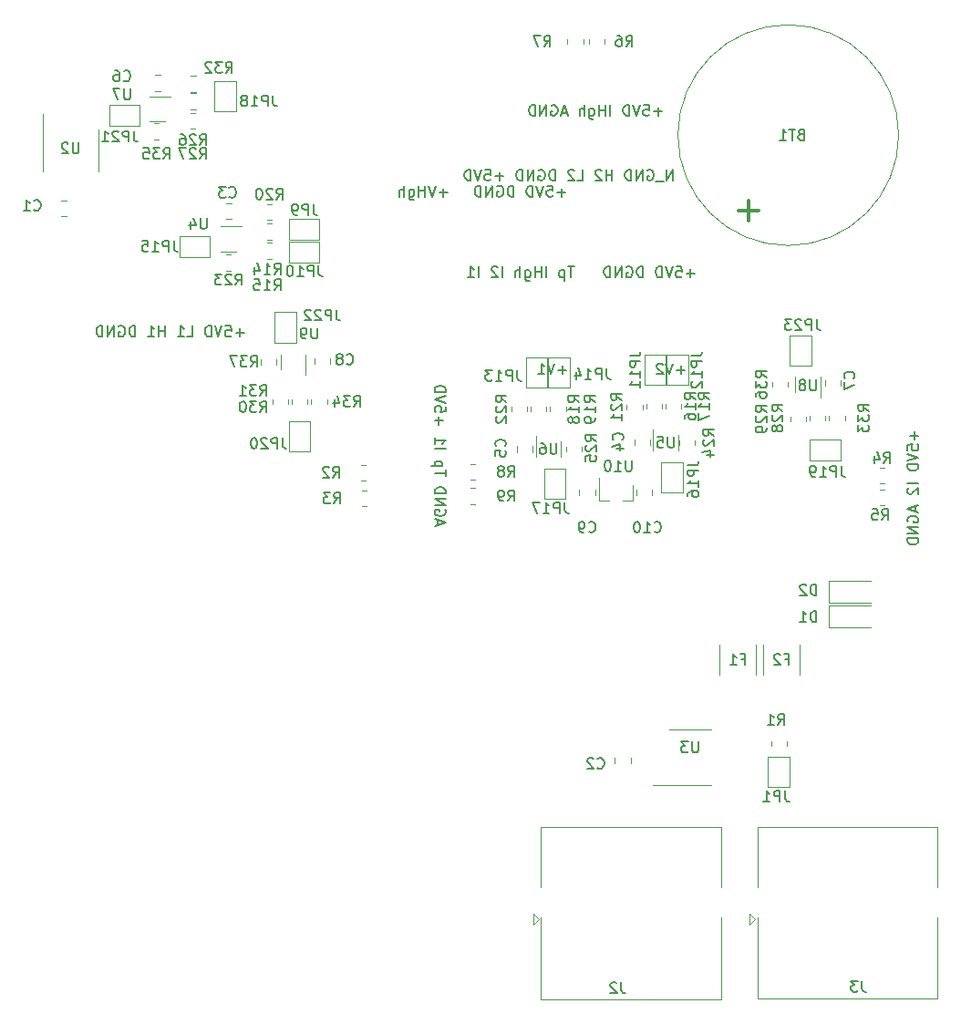
<source format=gbr>
%TF.GenerationSoftware,KiCad,Pcbnew,5.1.7-a382d34a8~88~ubuntu20.04.1*%
%TF.CreationDate,2021-04-08T15:18:28+02:00*%
%TF.ProjectId,Shield_Nucleo,53686965-6c64-45f4-9e75-636c656f2e6b,rev?*%
%TF.SameCoordinates,Original*%
%TF.FileFunction,Legend,Bot*%
%TF.FilePolarity,Positive*%
%FSLAX46Y46*%
G04 Gerber Fmt 4.6, Leading zero omitted, Abs format (unit mm)*
G04 Created by KiCad (PCBNEW 5.1.7-a382d34a8~88~ubuntu20.04.1) date 2021-04-08 15:18:28*
%MOMM*%
%LPD*%
G01*
G04 APERTURE LIST*
%ADD10C,0.120000*%
%ADD11C,0.150000*%
%ADD12C,0.300000*%
G04 APERTURE END LIST*
D10*
%TO.C,U10*%
X97950000Y-79210000D02*
X97950000Y-77750000D01*
X94790000Y-79210000D02*
X94790000Y-77050000D01*
X94790000Y-79210000D02*
X95720000Y-79210000D01*
X97950000Y-79210000D02*
X97020000Y-79210000D01*
%TO.C,C10*%
X99735000Y-78138748D02*
X99735000Y-78661252D01*
X98265000Y-78138748D02*
X98265000Y-78661252D01*
%TO.C,C9*%
X94435000Y-78188748D02*
X94435000Y-78711252D01*
X92965000Y-78188748D02*
X92965000Y-78711252D01*
%TO.C,U9*%
X65240000Y-67000000D02*
X65240000Y-65600000D01*
X67560000Y-65600000D02*
X67560000Y-67500000D01*
%TO.C,U8*%
X113040000Y-69100000D02*
X113040000Y-67700000D01*
X115360000Y-67700000D02*
X115360000Y-69600000D01*
%TO.C,U7*%
X54500000Y-43960000D02*
X53100000Y-43960000D01*
X53100000Y-41640000D02*
X55000000Y-41640000D01*
%TO.C,U6*%
X91260000Y-73700000D02*
X91260000Y-75100000D01*
X88940000Y-75100000D02*
X88940000Y-73200000D01*
%TO.C,U5*%
X102160000Y-73100000D02*
X102160000Y-74500000D01*
X99840000Y-74500000D02*
X99840000Y-72600000D01*
%TO.C,U4*%
X61100000Y-56060000D02*
X59700000Y-56060000D01*
X59700000Y-53740000D02*
X61600000Y-53740000D01*
%TO.C,R37*%
X63365000Y-66539564D02*
X63365000Y-66085436D01*
X64835000Y-66539564D02*
X64835000Y-66085436D01*
%TO.C,R36*%
X110865000Y-68627064D02*
X110865000Y-68172936D01*
X112335000Y-68627064D02*
X112335000Y-68172936D01*
%TO.C,R35*%
X53939564Y-45635000D02*
X53485436Y-45635000D01*
X53939564Y-44165000D02*
X53485436Y-44165000D01*
%TO.C,R34*%
X68065000Y-70239564D02*
X68065000Y-69785436D01*
X69535000Y-70239564D02*
X69535000Y-69785436D01*
%TO.C,R33*%
X116165000Y-71727064D02*
X116165000Y-71272936D01*
X117635000Y-71727064D02*
X117635000Y-71272936D01*
%TO.C,R32*%
X57339564Y-41235000D02*
X56885436Y-41235000D01*
X57339564Y-39765000D02*
X56885436Y-39765000D01*
%TO.C,R31*%
X65935000Y-69760436D02*
X65935000Y-70214564D01*
X64465000Y-69760436D02*
X64465000Y-70214564D01*
%TO.C,R30*%
X67735000Y-69760436D02*
X67735000Y-70214564D01*
X66265000Y-69760436D02*
X66265000Y-70214564D01*
%TO.C,R29*%
X114035000Y-71372936D02*
X114035000Y-71827064D01*
X112565000Y-71372936D02*
X112565000Y-71827064D01*
%TO.C,R28*%
X115835000Y-71272936D02*
X115835000Y-71727064D01*
X114365000Y-71272936D02*
X114365000Y-71727064D01*
%TO.C,R27*%
X56860436Y-43165000D02*
X57314564Y-43165000D01*
X56860436Y-44635000D02*
X57314564Y-44635000D01*
%TO.C,R26*%
X56885436Y-41365000D02*
X57339564Y-41365000D01*
X56885436Y-42835000D02*
X57339564Y-42835000D01*
%TO.C,R25*%
X93235000Y-74160436D02*
X93235000Y-74614564D01*
X91765000Y-74160436D02*
X91765000Y-74614564D01*
%TO.C,R24*%
X103735000Y-73560436D02*
X103735000Y-74014564D01*
X102265000Y-73560436D02*
X102265000Y-74014564D01*
%TO.C,R23*%
X60639564Y-57835000D02*
X60185436Y-57835000D01*
X60639564Y-56365000D02*
X60185436Y-56365000D01*
%TO.C,R22*%
X88135000Y-70460436D02*
X88135000Y-70914564D01*
X86665000Y-70460436D02*
X86665000Y-70914564D01*
%TO.C,R21*%
X98835000Y-70260436D02*
X98835000Y-70714564D01*
X97365000Y-70260436D02*
X97365000Y-70714564D01*
%TO.C,R20*%
X64439564Y-53135000D02*
X63985436Y-53135000D01*
X64439564Y-51665000D02*
X63985436Y-51665000D01*
%TO.C,R19*%
X90265000Y-70927064D02*
X90265000Y-70472936D01*
X91735000Y-70927064D02*
X91735000Y-70472936D01*
%TO.C,R18*%
X88465000Y-70927064D02*
X88465000Y-70472936D01*
X89935000Y-70927064D02*
X89935000Y-70472936D01*
%TO.C,R17*%
X100965000Y-70627064D02*
X100965000Y-70172936D01*
X102435000Y-70627064D02*
X102435000Y-70172936D01*
%TO.C,R16*%
X99165000Y-70639564D02*
X99165000Y-70185436D01*
X100635000Y-70639564D02*
X100635000Y-70185436D01*
%TO.C,R15*%
X63960436Y-55265000D02*
X64414564Y-55265000D01*
X63960436Y-56735000D02*
X64414564Y-56735000D01*
%TO.C,R14*%
X63985436Y-53465000D02*
X64439564Y-53465000D01*
X63985436Y-54935000D02*
X64439564Y-54935000D01*
%TO.C,JP23*%
X112500000Y-63850000D02*
X112500000Y-66650000D01*
X112500000Y-66650000D02*
X114500000Y-66650000D01*
X114500000Y-66650000D02*
X114500000Y-63850000D01*
X114500000Y-63850000D02*
X112500000Y-63850000D01*
%TO.C,JP22*%
X64700000Y-61700000D02*
X64700000Y-64500000D01*
X64700000Y-64500000D02*
X66700000Y-64500000D01*
X66700000Y-64500000D02*
X66700000Y-61700000D01*
X66700000Y-61700000D02*
X64700000Y-61700000D01*
%TO.C,JP21*%
X49300000Y-44400000D02*
X52100000Y-44400000D01*
X52100000Y-44400000D02*
X52100000Y-42400000D01*
X52100000Y-42400000D02*
X49300000Y-42400000D01*
X49300000Y-42400000D02*
X49300000Y-44400000D01*
%TO.C,JP20*%
X68000000Y-74650000D02*
X68000000Y-71850000D01*
X68000000Y-71850000D02*
X66000000Y-71850000D01*
X66000000Y-71850000D02*
X66000000Y-74650000D01*
X66000000Y-74650000D02*
X68000000Y-74650000D01*
%TO.C,JP19*%
X117200000Y-73500000D02*
X114400000Y-73500000D01*
X114400000Y-73500000D02*
X114400000Y-75500000D01*
X114400000Y-75500000D02*
X117200000Y-75500000D01*
X117200000Y-75500000D02*
X117200000Y-73500000D01*
%TO.C,JP18*%
X59100000Y-40200000D02*
X59100000Y-43000000D01*
X59100000Y-43000000D02*
X61100000Y-43000000D01*
X61100000Y-43000000D02*
X61100000Y-40200000D01*
X61100000Y-40200000D02*
X59100000Y-40200000D01*
%TO.C,JP17*%
X91700000Y-79050000D02*
X91700000Y-76250000D01*
X91700000Y-76250000D02*
X89700000Y-76250000D01*
X89700000Y-76250000D02*
X89700000Y-79050000D01*
X89700000Y-79050000D02*
X91700000Y-79050000D01*
%TO.C,JP16*%
X102600000Y-78400000D02*
X102600000Y-75600000D01*
X102600000Y-75600000D02*
X100600000Y-75600000D01*
X100600000Y-75600000D02*
X100600000Y-78400000D01*
X100600000Y-78400000D02*
X102600000Y-78400000D01*
%TO.C,JP15*%
X55850000Y-56600000D02*
X58650000Y-56600000D01*
X58650000Y-56600000D02*
X58650000Y-54600000D01*
X58650000Y-54600000D02*
X55850000Y-54600000D01*
X55850000Y-54600000D02*
X55850000Y-56600000D01*
%TO.C,JP14*%
X92100000Y-68700000D02*
X92100000Y-65900000D01*
X92100000Y-65900000D02*
X90100000Y-65900000D01*
X90100000Y-65900000D02*
X90100000Y-68700000D01*
X90100000Y-68700000D02*
X92100000Y-68700000D01*
%TO.C,JP13*%
X88000000Y-65900000D02*
X88000000Y-68700000D01*
X88000000Y-68700000D02*
X90000000Y-68700000D01*
X90000000Y-68700000D02*
X90000000Y-65900000D01*
X90000000Y-65900000D02*
X88000000Y-65900000D01*
%TO.C,JP12*%
X103100000Y-68450000D02*
X103100000Y-65650000D01*
X103100000Y-65650000D02*
X101100000Y-65650000D01*
X101100000Y-65650000D02*
X101100000Y-68450000D01*
X101100000Y-68450000D02*
X103100000Y-68450000D01*
%TO.C,JP11*%
X99000000Y-65650000D02*
X99000000Y-68450000D01*
X99000000Y-68450000D02*
X101000000Y-68450000D01*
X101000000Y-68450000D02*
X101000000Y-65650000D01*
X101000000Y-65650000D02*
X99000000Y-65650000D01*
%TO.C,JP10*%
X66050000Y-57100000D02*
X68850000Y-57100000D01*
X68850000Y-57100000D02*
X68850000Y-55100000D01*
X68850000Y-55100000D02*
X66050000Y-55100000D01*
X66050000Y-55100000D02*
X66050000Y-57100000D01*
%TO.C,JP9*%
X68850000Y-53000000D02*
X66050000Y-53000000D01*
X66050000Y-53000000D02*
X66050000Y-55000000D01*
X66050000Y-55000000D02*
X68850000Y-55000000D01*
X68850000Y-55000000D02*
X68850000Y-53000000D01*
%TO.C,C8*%
X69835000Y-65938748D02*
X69835000Y-66461252D01*
X68365000Y-65938748D02*
X68365000Y-66461252D01*
%TO.C,C7*%
X117235000Y-67988748D02*
X117235000Y-68511252D01*
X115765000Y-67988748D02*
X115765000Y-68511252D01*
%TO.C,C6*%
X53588748Y-39665000D02*
X54111252Y-39665000D01*
X53588748Y-41135000D02*
X54111252Y-41135000D01*
%TO.C,C5*%
X87165000Y-74661252D02*
X87165000Y-74138748D01*
X88635000Y-74661252D02*
X88635000Y-74138748D01*
%TO.C,C4*%
X98065000Y-74011252D02*
X98065000Y-73488748D01*
X99535000Y-74011252D02*
X99535000Y-73488748D01*
%TO.C,C3*%
X60188748Y-51565000D02*
X60711252Y-51565000D01*
X60188748Y-53035000D02*
X60711252Y-53035000D01*
%TO.C,F2*%
X113460000Y-95366252D02*
X113460000Y-92593748D01*
X110040000Y-95366252D02*
X110040000Y-92593748D01*
%TO.C,F1*%
X105986000Y-92593748D02*
X105986000Y-95366252D01*
X109406000Y-92593748D02*
X109406000Y-95366252D01*
%TO.C,JP1*%
X110500000Y-105800000D02*
X112500000Y-105800000D01*
X110500000Y-103000000D02*
X110500000Y-105800000D01*
X112500000Y-103000000D02*
X110500000Y-103000000D01*
X112500000Y-105800000D02*
X112500000Y-103000000D01*
%TO.C,J3*%
X109495000Y-125454000D02*
X126225000Y-125454000D01*
X109495000Y-125454000D02*
X109495000Y-117844000D01*
X126225000Y-125454000D02*
X126225000Y-117844000D01*
X109495000Y-109484000D02*
X126225000Y-109484000D01*
X109495000Y-109484000D02*
X109495000Y-115044000D01*
X126225000Y-109484000D02*
X126225000Y-115044000D01*
X109300000Y-118044000D02*
X108800000Y-117544000D01*
X108800000Y-117544000D02*
X108800000Y-118544000D01*
X108800000Y-118544000D02*
X109300000Y-118044000D01*
%TO.C,J2*%
X89425000Y-125458000D02*
X106155000Y-125458000D01*
X89425000Y-125458000D02*
X89425000Y-117848000D01*
X106155000Y-125458000D02*
X106155000Y-117848000D01*
X89425000Y-109488000D02*
X106155000Y-109488000D01*
X89425000Y-109488000D02*
X89425000Y-115048000D01*
X106155000Y-109488000D02*
X106155000Y-115048000D01*
X89230000Y-118048000D02*
X88730000Y-117548000D01*
X88730000Y-117548000D02*
X88730000Y-118548000D01*
X88730000Y-118548000D02*
X89230000Y-118048000D01*
%TO.C,D2*%
X116126000Y-88638000D02*
X120026000Y-88638000D01*
X116126000Y-86638000D02*
X120026000Y-86638000D01*
X116126000Y-88638000D02*
X116126000Y-86638000D01*
%TO.C,D1*%
X116126000Y-90924000D02*
X120026000Y-90924000D01*
X116126000Y-88924000D02*
X120026000Y-88924000D01*
X116126000Y-90924000D02*
X116126000Y-88924000D01*
%TO.C,U3*%
X103250000Y-100440000D02*
X105200000Y-100440000D01*
X103250000Y-100440000D02*
X101300000Y-100440000D01*
X103250000Y-105560000D02*
X105200000Y-105560000D01*
X103250000Y-105560000D02*
X99800000Y-105560000D01*
%TO.C,U2*%
X48298000Y-46694000D02*
X48298000Y-48644000D01*
X48298000Y-46694000D02*
X48298000Y-44744000D01*
X43178000Y-46694000D02*
X43178000Y-48644000D01*
X43178000Y-46694000D02*
X43178000Y-43244000D01*
%TO.C,BT1*%
X122627787Y-45250000D02*
G75*
G03*
X122627787Y-45250000I-10250787J0D01*
G01*
%TO.C,R9*%
X83330564Y-79497000D02*
X82876436Y-79497000D01*
X83330564Y-78027000D02*
X82876436Y-78027000D01*
%TO.C,R8*%
X82876436Y-75777000D02*
X83330564Y-75777000D01*
X82876436Y-77247000D02*
X83330564Y-77247000D01*
%TO.C,R7*%
X93335000Y-36320436D02*
X93335000Y-36774564D01*
X91865000Y-36320436D02*
X91865000Y-36774564D01*
%TO.C,R6*%
X93865000Y-36774564D02*
X93865000Y-36320436D01*
X95335000Y-36774564D02*
X95335000Y-36320436D01*
%TO.C,R5*%
X120860436Y-78138000D02*
X121314564Y-78138000D01*
X120860436Y-79608000D02*
X121314564Y-79608000D01*
%TO.C,R4*%
X121314564Y-77608000D02*
X120860436Y-77608000D01*
X121314564Y-76138000D02*
X120860436Y-76138000D01*
%TO.C,R3*%
X72774436Y-78259000D02*
X73228564Y-78259000D01*
X72774436Y-79729000D02*
X73228564Y-79729000D01*
%TO.C,R2*%
X73167064Y-77313000D02*
X72712936Y-77313000D01*
X73167064Y-75843000D02*
X72712936Y-75843000D01*
%TO.C,R1*%
X110765000Y-101977064D02*
X110765000Y-101522936D01*
X112235000Y-101977064D02*
X112235000Y-101522936D01*
%TO.C,C2*%
X97735000Y-103038748D02*
X97735000Y-103561252D01*
X96265000Y-103038748D02*
X96265000Y-103561252D01*
%TO.C,C1*%
X44823748Y-51335000D02*
X45346252Y-51335000D01*
X44823748Y-52805000D02*
X45346252Y-52805000D01*
%TO.C,U10*%
D11*
X97838095Y-75452380D02*
X97838095Y-76261904D01*
X97790476Y-76357142D01*
X97742857Y-76404761D01*
X97647619Y-76452380D01*
X97457142Y-76452380D01*
X97361904Y-76404761D01*
X97314285Y-76357142D01*
X97266666Y-76261904D01*
X97266666Y-75452380D01*
X96266666Y-76452380D02*
X96838095Y-76452380D01*
X96552380Y-76452380D02*
X96552380Y-75452380D01*
X96647619Y-75595238D01*
X96742857Y-75690476D01*
X96838095Y-75738095D01*
X95647619Y-75452380D02*
X95552380Y-75452380D01*
X95457142Y-75500000D01*
X95409523Y-75547619D01*
X95361904Y-75642857D01*
X95314285Y-75833333D01*
X95314285Y-76071428D01*
X95361904Y-76261904D01*
X95409523Y-76357142D01*
X95457142Y-76404761D01*
X95552380Y-76452380D01*
X95647619Y-76452380D01*
X95742857Y-76404761D01*
X95790476Y-76357142D01*
X95838095Y-76261904D01*
X95885714Y-76071428D01*
X95885714Y-75833333D01*
X95838095Y-75642857D01*
X95790476Y-75547619D01*
X95742857Y-75500000D01*
X95647619Y-75452380D01*
%TO.C,C10*%
X99942857Y-82057142D02*
X99990476Y-82104761D01*
X100133333Y-82152380D01*
X100228571Y-82152380D01*
X100371428Y-82104761D01*
X100466666Y-82009523D01*
X100514285Y-81914285D01*
X100561904Y-81723809D01*
X100561904Y-81580952D01*
X100514285Y-81390476D01*
X100466666Y-81295238D01*
X100371428Y-81200000D01*
X100228571Y-81152380D01*
X100133333Y-81152380D01*
X99990476Y-81200000D01*
X99942857Y-81247619D01*
X98990476Y-82152380D02*
X99561904Y-82152380D01*
X99276190Y-82152380D02*
X99276190Y-81152380D01*
X99371428Y-81295238D01*
X99466666Y-81390476D01*
X99561904Y-81438095D01*
X98371428Y-81152380D02*
X98276190Y-81152380D01*
X98180952Y-81200000D01*
X98133333Y-81247619D01*
X98085714Y-81342857D01*
X98038095Y-81533333D01*
X98038095Y-81771428D01*
X98085714Y-81961904D01*
X98133333Y-82057142D01*
X98180952Y-82104761D01*
X98276190Y-82152380D01*
X98371428Y-82152380D01*
X98466666Y-82104761D01*
X98514285Y-82057142D01*
X98561904Y-81961904D01*
X98609523Y-81771428D01*
X98609523Y-81533333D01*
X98561904Y-81342857D01*
X98514285Y-81247619D01*
X98466666Y-81200000D01*
X98371428Y-81152380D01*
%TO.C,C9*%
X93866666Y-82057142D02*
X93914285Y-82104761D01*
X94057142Y-82152380D01*
X94152380Y-82152380D01*
X94295238Y-82104761D01*
X94390476Y-82009523D01*
X94438095Y-81914285D01*
X94485714Y-81723809D01*
X94485714Y-81580952D01*
X94438095Y-81390476D01*
X94390476Y-81295238D01*
X94295238Y-81200000D01*
X94152380Y-81152380D01*
X94057142Y-81152380D01*
X93914285Y-81200000D01*
X93866666Y-81247619D01*
X93390476Y-82152380D02*
X93200000Y-82152380D01*
X93104761Y-82104761D01*
X93057142Y-82057142D01*
X92961904Y-81914285D01*
X92914285Y-81723809D01*
X92914285Y-81342857D01*
X92961904Y-81247619D01*
X93009523Y-81200000D01*
X93104761Y-81152380D01*
X93295238Y-81152380D01*
X93390476Y-81200000D01*
X93438095Y-81247619D01*
X93485714Y-81342857D01*
X93485714Y-81580952D01*
X93438095Y-81676190D01*
X93390476Y-81723809D01*
X93295238Y-81771428D01*
X93104761Y-81771428D01*
X93009523Y-81723809D01*
X92961904Y-81676190D01*
X92914285Y-81580952D01*
%TO.C,U9*%
X68661904Y-63152380D02*
X68661904Y-63961904D01*
X68614285Y-64057142D01*
X68566666Y-64104761D01*
X68471428Y-64152380D01*
X68280952Y-64152380D01*
X68185714Y-64104761D01*
X68138095Y-64057142D01*
X68090476Y-63961904D01*
X68090476Y-63152380D01*
X67566666Y-64152380D02*
X67376190Y-64152380D01*
X67280952Y-64104761D01*
X67233333Y-64057142D01*
X67138095Y-63914285D01*
X67090476Y-63723809D01*
X67090476Y-63342857D01*
X67138095Y-63247619D01*
X67185714Y-63200000D01*
X67280952Y-63152380D01*
X67471428Y-63152380D01*
X67566666Y-63200000D01*
X67614285Y-63247619D01*
X67661904Y-63342857D01*
X67661904Y-63580952D01*
X67614285Y-63676190D01*
X67566666Y-63723809D01*
X67471428Y-63771428D01*
X67280952Y-63771428D01*
X67185714Y-63723809D01*
X67138095Y-63676190D01*
X67090476Y-63580952D01*
%TO.C,U8*%
X114961904Y-67952380D02*
X114961904Y-68761904D01*
X114914285Y-68857142D01*
X114866666Y-68904761D01*
X114771428Y-68952380D01*
X114580952Y-68952380D01*
X114485714Y-68904761D01*
X114438095Y-68857142D01*
X114390476Y-68761904D01*
X114390476Y-67952380D01*
X113771428Y-68380952D02*
X113866666Y-68333333D01*
X113914285Y-68285714D01*
X113961904Y-68190476D01*
X113961904Y-68142857D01*
X113914285Y-68047619D01*
X113866666Y-68000000D01*
X113771428Y-67952380D01*
X113580952Y-67952380D01*
X113485714Y-68000000D01*
X113438095Y-68047619D01*
X113390476Y-68142857D01*
X113390476Y-68190476D01*
X113438095Y-68285714D01*
X113485714Y-68333333D01*
X113580952Y-68380952D01*
X113771428Y-68380952D01*
X113866666Y-68428571D01*
X113914285Y-68476190D01*
X113961904Y-68571428D01*
X113961904Y-68761904D01*
X113914285Y-68857142D01*
X113866666Y-68904761D01*
X113771428Y-68952380D01*
X113580952Y-68952380D01*
X113485714Y-68904761D01*
X113438095Y-68857142D01*
X113390476Y-68761904D01*
X113390476Y-68571428D01*
X113438095Y-68476190D01*
X113485714Y-68428571D01*
X113580952Y-68380952D01*
%TO.C,U7*%
X51261904Y-40952380D02*
X51261904Y-41761904D01*
X51214285Y-41857142D01*
X51166666Y-41904761D01*
X51071428Y-41952380D01*
X50880952Y-41952380D01*
X50785714Y-41904761D01*
X50738095Y-41857142D01*
X50690476Y-41761904D01*
X50690476Y-40952380D01*
X50309523Y-40952380D02*
X49642857Y-40952380D01*
X50071428Y-41952380D01*
%TO.C,U6*%
X90861904Y-73852380D02*
X90861904Y-74661904D01*
X90814285Y-74757142D01*
X90766666Y-74804761D01*
X90671428Y-74852380D01*
X90480952Y-74852380D01*
X90385714Y-74804761D01*
X90338095Y-74757142D01*
X90290476Y-74661904D01*
X90290476Y-73852380D01*
X89385714Y-73852380D02*
X89576190Y-73852380D01*
X89671428Y-73900000D01*
X89719047Y-73947619D01*
X89814285Y-74090476D01*
X89861904Y-74280952D01*
X89861904Y-74661904D01*
X89814285Y-74757142D01*
X89766666Y-74804761D01*
X89671428Y-74852380D01*
X89480952Y-74852380D01*
X89385714Y-74804761D01*
X89338095Y-74757142D01*
X89290476Y-74661904D01*
X89290476Y-74423809D01*
X89338095Y-74328571D01*
X89385714Y-74280952D01*
X89480952Y-74233333D01*
X89671428Y-74233333D01*
X89766666Y-74280952D01*
X89814285Y-74328571D01*
X89861904Y-74423809D01*
%TO.C,U5*%
X101761904Y-73252380D02*
X101761904Y-74061904D01*
X101714285Y-74157142D01*
X101666666Y-74204761D01*
X101571428Y-74252380D01*
X101380952Y-74252380D01*
X101285714Y-74204761D01*
X101238095Y-74157142D01*
X101190476Y-74061904D01*
X101190476Y-73252380D01*
X100238095Y-73252380D02*
X100714285Y-73252380D01*
X100761904Y-73728571D01*
X100714285Y-73680952D01*
X100619047Y-73633333D01*
X100380952Y-73633333D01*
X100285714Y-73680952D01*
X100238095Y-73728571D01*
X100190476Y-73823809D01*
X100190476Y-74061904D01*
X100238095Y-74157142D01*
X100285714Y-74204761D01*
X100380952Y-74252380D01*
X100619047Y-74252380D01*
X100714285Y-74204761D01*
X100761904Y-74157142D01*
%TO.C,U4*%
X58361904Y-52952380D02*
X58361904Y-53761904D01*
X58314285Y-53857142D01*
X58266666Y-53904761D01*
X58171428Y-53952380D01*
X57980952Y-53952380D01*
X57885714Y-53904761D01*
X57838095Y-53857142D01*
X57790476Y-53761904D01*
X57790476Y-52952380D01*
X56885714Y-53285714D02*
X56885714Y-53952380D01*
X57123809Y-52904761D02*
X57361904Y-53619047D01*
X56742857Y-53619047D01*
%TO.C,R37*%
X62442857Y-66752380D02*
X62776190Y-66276190D01*
X63014285Y-66752380D02*
X63014285Y-65752380D01*
X62633333Y-65752380D01*
X62538095Y-65800000D01*
X62490476Y-65847619D01*
X62442857Y-65942857D01*
X62442857Y-66085714D01*
X62490476Y-66180952D01*
X62538095Y-66228571D01*
X62633333Y-66276190D01*
X63014285Y-66276190D01*
X62109523Y-65752380D02*
X61490476Y-65752380D01*
X61823809Y-66133333D01*
X61680952Y-66133333D01*
X61585714Y-66180952D01*
X61538095Y-66228571D01*
X61490476Y-66323809D01*
X61490476Y-66561904D01*
X61538095Y-66657142D01*
X61585714Y-66704761D01*
X61680952Y-66752380D01*
X61966666Y-66752380D01*
X62061904Y-66704761D01*
X62109523Y-66657142D01*
X61157142Y-65752380D02*
X60490476Y-65752380D01*
X60919047Y-66752380D01*
%TO.C,R36*%
X110352380Y-67757142D02*
X109876190Y-67423809D01*
X110352380Y-67185714D02*
X109352380Y-67185714D01*
X109352380Y-67566666D01*
X109400000Y-67661904D01*
X109447619Y-67709523D01*
X109542857Y-67757142D01*
X109685714Y-67757142D01*
X109780952Y-67709523D01*
X109828571Y-67661904D01*
X109876190Y-67566666D01*
X109876190Y-67185714D01*
X109352380Y-68090476D02*
X109352380Y-68709523D01*
X109733333Y-68376190D01*
X109733333Y-68519047D01*
X109780952Y-68614285D01*
X109828571Y-68661904D01*
X109923809Y-68709523D01*
X110161904Y-68709523D01*
X110257142Y-68661904D01*
X110304761Y-68614285D01*
X110352380Y-68519047D01*
X110352380Y-68233333D01*
X110304761Y-68138095D01*
X110257142Y-68090476D01*
X109352380Y-69566666D02*
X109352380Y-69376190D01*
X109400000Y-69280952D01*
X109447619Y-69233333D01*
X109590476Y-69138095D01*
X109780952Y-69090476D01*
X110161904Y-69090476D01*
X110257142Y-69138095D01*
X110304761Y-69185714D01*
X110352380Y-69280952D01*
X110352380Y-69471428D01*
X110304761Y-69566666D01*
X110257142Y-69614285D01*
X110161904Y-69661904D01*
X109923809Y-69661904D01*
X109828571Y-69614285D01*
X109780952Y-69566666D01*
X109733333Y-69471428D01*
X109733333Y-69280952D01*
X109780952Y-69185714D01*
X109828571Y-69138095D01*
X109923809Y-69090476D01*
%TO.C,R35*%
X54355357Y-47452380D02*
X54688690Y-46976190D01*
X54926785Y-47452380D02*
X54926785Y-46452380D01*
X54545833Y-46452380D01*
X54450595Y-46500000D01*
X54402976Y-46547619D01*
X54355357Y-46642857D01*
X54355357Y-46785714D01*
X54402976Y-46880952D01*
X54450595Y-46928571D01*
X54545833Y-46976190D01*
X54926785Y-46976190D01*
X54022023Y-46452380D02*
X53402976Y-46452380D01*
X53736309Y-46833333D01*
X53593452Y-46833333D01*
X53498214Y-46880952D01*
X53450595Y-46928571D01*
X53402976Y-47023809D01*
X53402976Y-47261904D01*
X53450595Y-47357142D01*
X53498214Y-47404761D01*
X53593452Y-47452380D01*
X53879166Y-47452380D01*
X53974404Y-47404761D01*
X54022023Y-47357142D01*
X52498214Y-46452380D02*
X52974404Y-46452380D01*
X53022023Y-46928571D01*
X52974404Y-46880952D01*
X52879166Y-46833333D01*
X52641071Y-46833333D01*
X52545833Y-46880952D01*
X52498214Y-46928571D01*
X52450595Y-47023809D01*
X52450595Y-47261904D01*
X52498214Y-47357142D01*
X52545833Y-47404761D01*
X52641071Y-47452380D01*
X52879166Y-47452380D01*
X52974404Y-47404761D01*
X53022023Y-47357142D01*
%TO.C,R34*%
X72042857Y-70464880D02*
X72376190Y-69988690D01*
X72614285Y-70464880D02*
X72614285Y-69464880D01*
X72233333Y-69464880D01*
X72138095Y-69512500D01*
X72090476Y-69560119D01*
X72042857Y-69655357D01*
X72042857Y-69798214D01*
X72090476Y-69893452D01*
X72138095Y-69941071D01*
X72233333Y-69988690D01*
X72614285Y-69988690D01*
X71709523Y-69464880D02*
X71090476Y-69464880D01*
X71423809Y-69845833D01*
X71280952Y-69845833D01*
X71185714Y-69893452D01*
X71138095Y-69941071D01*
X71090476Y-70036309D01*
X71090476Y-70274404D01*
X71138095Y-70369642D01*
X71185714Y-70417261D01*
X71280952Y-70464880D01*
X71566666Y-70464880D01*
X71661904Y-70417261D01*
X71709523Y-70369642D01*
X70233333Y-69798214D02*
X70233333Y-70464880D01*
X70471428Y-69417261D02*
X70709523Y-70131547D01*
X70090476Y-70131547D01*
%TO.C,R33*%
X119852380Y-70857142D02*
X119376190Y-70523809D01*
X119852380Y-70285714D02*
X118852380Y-70285714D01*
X118852380Y-70666666D01*
X118900000Y-70761904D01*
X118947619Y-70809523D01*
X119042857Y-70857142D01*
X119185714Y-70857142D01*
X119280952Y-70809523D01*
X119328571Y-70761904D01*
X119376190Y-70666666D01*
X119376190Y-70285714D01*
X118852380Y-71190476D02*
X118852380Y-71809523D01*
X119233333Y-71476190D01*
X119233333Y-71619047D01*
X119280952Y-71714285D01*
X119328571Y-71761904D01*
X119423809Y-71809523D01*
X119661904Y-71809523D01*
X119757142Y-71761904D01*
X119804761Y-71714285D01*
X119852380Y-71619047D01*
X119852380Y-71333333D01*
X119804761Y-71238095D01*
X119757142Y-71190476D01*
X118852380Y-72142857D02*
X118852380Y-72761904D01*
X119233333Y-72428571D01*
X119233333Y-72571428D01*
X119280952Y-72666666D01*
X119328571Y-72714285D01*
X119423809Y-72761904D01*
X119661904Y-72761904D01*
X119757142Y-72714285D01*
X119804761Y-72666666D01*
X119852380Y-72571428D01*
X119852380Y-72285714D01*
X119804761Y-72190476D01*
X119757142Y-72142857D01*
%TO.C,R32*%
X60142857Y-39452380D02*
X60476190Y-38976190D01*
X60714285Y-39452380D02*
X60714285Y-38452380D01*
X60333333Y-38452380D01*
X60238095Y-38500000D01*
X60190476Y-38547619D01*
X60142857Y-38642857D01*
X60142857Y-38785714D01*
X60190476Y-38880952D01*
X60238095Y-38928571D01*
X60333333Y-38976190D01*
X60714285Y-38976190D01*
X59809523Y-38452380D02*
X59190476Y-38452380D01*
X59523809Y-38833333D01*
X59380952Y-38833333D01*
X59285714Y-38880952D01*
X59238095Y-38928571D01*
X59190476Y-39023809D01*
X59190476Y-39261904D01*
X59238095Y-39357142D01*
X59285714Y-39404761D01*
X59380952Y-39452380D01*
X59666666Y-39452380D01*
X59761904Y-39404761D01*
X59809523Y-39357142D01*
X58809523Y-38547619D02*
X58761904Y-38500000D01*
X58666666Y-38452380D01*
X58428571Y-38452380D01*
X58333333Y-38500000D01*
X58285714Y-38547619D01*
X58238095Y-38642857D01*
X58238095Y-38738095D01*
X58285714Y-38880952D01*
X58857142Y-39452380D01*
X58238095Y-39452380D01*
%TO.C,R31*%
X63342857Y-69452380D02*
X63676190Y-68976190D01*
X63914285Y-69452380D02*
X63914285Y-68452380D01*
X63533333Y-68452380D01*
X63438095Y-68500000D01*
X63390476Y-68547619D01*
X63342857Y-68642857D01*
X63342857Y-68785714D01*
X63390476Y-68880952D01*
X63438095Y-68928571D01*
X63533333Y-68976190D01*
X63914285Y-68976190D01*
X63009523Y-68452380D02*
X62390476Y-68452380D01*
X62723809Y-68833333D01*
X62580952Y-68833333D01*
X62485714Y-68880952D01*
X62438095Y-68928571D01*
X62390476Y-69023809D01*
X62390476Y-69261904D01*
X62438095Y-69357142D01*
X62485714Y-69404761D01*
X62580952Y-69452380D01*
X62866666Y-69452380D01*
X62961904Y-69404761D01*
X63009523Y-69357142D01*
X61438095Y-69452380D02*
X62009523Y-69452380D01*
X61723809Y-69452380D02*
X61723809Y-68452380D01*
X61819047Y-68595238D01*
X61914285Y-68690476D01*
X62009523Y-68738095D01*
%TO.C,R30*%
X63342857Y-70952380D02*
X63676190Y-70476190D01*
X63914285Y-70952380D02*
X63914285Y-69952380D01*
X63533333Y-69952380D01*
X63438095Y-70000000D01*
X63390476Y-70047619D01*
X63342857Y-70142857D01*
X63342857Y-70285714D01*
X63390476Y-70380952D01*
X63438095Y-70428571D01*
X63533333Y-70476190D01*
X63914285Y-70476190D01*
X63009523Y-69952380D02*
X62390476Y-69952380D01*
X62723809Y-70333333D01*
X62580952Y-70333333D01*
X62485714Y-70380952D01*
X62438095Y-70428571D01*
X62390476Y-70523809D01*
X62390476Y-70761904D01*
X62438095Y-70857142D01*
X62485714Y-70904761D01*
X62580952Y-70952380D01*
X62866666Y-70952380D01*
X62961904Y-70904761D01*
X63009523Y-70857142D01*
X61771428Y-69952380D02*
X61676190Y-69952380D01*
X61580952Y-70000000D01*
X61533333Y-70047619D01*
X61485714Y-70142857D01*
X61438095Y-70333333D01*
X61438095Y-70571428D01*
X61485714Y-70761904D01*
X61533333Y-70857142D01*
X61580952Y-70904761D01*
X61676190Y-70952380D01*
X61771428Y-70952380D01*
X61866666Y-70904761D01*
X61914285Y-70857142D01*
X61961904Y-70761904D01*
X62009523Y-70571428D01*
X62009523Y-70333333D01*
X61961904Y-70142857D01*
X61914285Y-70047619D01*
X61866666Y-70000000D01*
X61771428Y-69952380D01*
%TO.C,R29*%
X110352380Y-70957142D02*
X109876190Y-70623809D01*
X110352380Y-70385714D02*
X109352380Y-70385714D01*
X109352380Y-70766666D01*
X109400000Y-70861904D01*
X109447619Y-70909523D01*
X109542857Y-70957142D01*
X109685714Y-70957142D01*
X109780952Y-70909523D01*
X109828571Y-70861904D01*
X109876190Y-70766666D01*
X109876190Y-70385714D01*
X109447619Y-71338095D02*
X109400000Y-71385714D01*
X109352380Y-71480952D01*
X109352380Y-71719047D01*
X109400000Y-71814285D01*
X109447619Y-71861904D01*
X109542857Y-71909523D01*
X109638095Y-71909523D01*
X109780952Y-71861904D01*
X110352380Y-71290476D01*
X110352380Y-71909523D01*
X110352380Y-72385714D02*
X110352380Y-72576190D01*
X110304761Y-72671428D01*
X110257142Y-72719047D01*
X110114285Y-72814285D01*
X109923809Y-72861904D01*
X109542857Y-72861904D01*
X109447619Y-72814285D01*
X109400000Y-72766666D01*
X109352380Y-72671428D01*
X109352380Y-72480952D01*
X109400000Y-72385714D01*
X109447619Y-72338095D01*
X109542857Y-72290476D01*
X109780952Y-72290476D01*
X109876190Y-72338095D01*
X109923809Y-72385714D01*
X109971428Y-72480952D01*
X109971428Y-72671428D01*
X109923809Y-72766666D01*
X109876190Y-72814285D01*
X109780952Y-72861904D01*
%TO.C,R28*%
X111852380Y-70857142D02*
X111376190Y-70523809D01*
X111852380Y-70285714D02*
X110852380Y-70285714D01*
X110852380Y-70666666D01*
X110900000Y-70761904D01*
X110947619Y-70809523D01*
X111042857Y-70857142D01*
X111185714Y-70857142D01*
X111280952Y-70809523D01*
X111328571Y-70761904D01*
X111376190Y-70666666D01*
X111376190Y-70285714D01*
X110947619Y-71238095D02*
X110900000Y-71285714D01*
X110852380Y-71380952D01*
X110852380Y-71619047D01*
X110900000Y-71714285D01*
X110947619Y-71761904D01*
X111042857Y-71809523D01*
X111138095Y-71809523D01*
X111280952Y-71761904D01*
X111852380Y-71190476D01*
X111852380Y-71809523D01*
X111280952Y-72380952D02*
X111233333Y-72285714D01*
X111185714Y-72238095D01*
X111090476Y-72190476D01*
X111042857Y-72190476D01*
X110947619Y-72238095D01*
X110900000Y-72285714D01*
X110852380Y-72380952D01*
X110852380Y-72571428D01*
X110900000Y-72666666D01*
X110947619Y-72714285D01*
X111042857Y-72761904D01*
X111090476Y-72761904D01*
X111185714Y-72714285D01*
X111233333Y-72666666D01*
X111280952Y-72571428D01*
X111280952Y-72380952D01*
X111328571Y-72285714D01*
X111376190Y-72238095D01*
X111471428Y-72190476D01*
X111661904Y-72190476D01*
X111757142Y-72238095D01*
X111804761Y-72285714D01*
X111852380Y-72380952D01*
X111852380Y-72571428D01*
X111804761Y-72666666D01*
X111757142Y-72714285D01*
X111661904Y-72761904D01*
X111471428Y-72761904D01*
X111376190Y-72714285D01*
X111328571Y-72666666D01*
X111280952Y-72571428D01*
%TO.C,R27*%
X57730357Y-47452380D02*
X58063690Y-46976190D01*
X58301785Y-47452380D02*
X58301785Y-46452380D01*
X57920833Y-46452380D01*
X57825595Y-46500000D01*
X57777976Y-46547619D01*
X57730357Y-46642857D01*
X57730357Y-46785714D01*
X57777976Y-46880952D01*
X57825595Y-46928571D01*
X57920833Y-46976190D01*
X58301785Y-46976190D01*
X57349404Y-46547619D02*
X57301785Y-46500000D01*
X57206547Y-46452380D01*
X56968452Y-46452380D01*
X56873214Y-46500000D01*
X56825595Y-46547619D01*
X56777976Y-46642857D01*
X56777976Y-46738095D01*
X56825595Y-46880952D01*
X57397023Y-47452380D01*
X56777976Y-47452380D01*
X56444642Y-46452380D02*
X55777976Y-46452380D01*
X56206547Y-47452380D01*
%TO.C,R26*%
X57742857Y-46152380D02*
X58076190Y-45676190D01*
X58314285Y-46152380D02*
X58314285Y-45152380D01*
X57933333Y-45152380D01*
X57838095Y-45200000D01*
X57790476Y-45247619D01*
X57742857Y-45342857D01*
X57742857Y-45485714D01*
X57790476Y-45580952D01*
X57838095Y-45628571D01*
X57933333Y-45676190D01*
X58314285Y-45676190D01*
X57361904Y-45247619D02*
X57314285Y-45200000D01*
X57219047Y-45152380D01*
X56980952Y-45152380D01*
X56885714Y-45200000D01*
X56838095Y-45247619D01*
X56790476Y-45342857D01*
X56790476Y-45438095D01*
X56838095Y-45580952D01*
X57409523Y-46152380D01*
X56790476Y-46152380D01*
X55933333Y-45152380D02*
X56123809Y-45152380D01*
X56219047Y-45200000D01*
X56266666Y-45247619D01*
X56361904Y-45390476D01*
X56409523Y-45580952D01*
X56409523Y-45961904D01*
X56361904Y-46057142D01*
X56314285Y-46104761D01*
X56219047Y-46152380D01*
X56028571Y-46152380D01*
X55933333Y-46104761D01*
X55885714Y-46057142D01*
X55838095Y-45961904D01*
X55838095Y-45723809D01*
X55885714Y-45628571D01*
X55933333Y-45580952D01*
X56028571Y-45533333D01*
X56219047Y-45533333D01*
X56314285Y-45580952D01*
X56361904Y-45628571D01*
X56409523Y-45723809D01*
%TO.C,R25*%
X94552380Y-73657142D02*
X94076190Y-73323809D01*
X94552380Y-73085714D02*
X93552380Y-73085714D01*
X93552380Y-73466666D01*
X93600000Y-73561904D01*
X93647619Y-73609523D01*
X93742857Y-73657142D01*
X93885714Y-73657142D01*
X93980952Y-73609523D01*
X94028571Y-73561904D01*
X94076190Y-73466666D01*
X94076190Y-73085714D01*
X93647619Y-74038095D02*
X93600000Y-74085714D01*
X93552380Y-74180952D01*
X93552380Y-74419047D01*
X93600000Y-74514285D01*
X93647619Y-74561904D01*
X93742857Y-74609523D01*
X93838095Y-74609523D01*
X93980952Y-74561904D01*
X94552380Y-73990476D01*
X94552380Y-74609523D01*
X93552380Y-75514285D02*
X93552380Y-75038095D01*
X94028571Y-74990476D01*
X93980952Y-75038095D01*
X93933333Y-75133333D01*
X93933333Y-75371428D01*
X93980952Y-75466666D01*
X94028571Y-75514285D01*
X94123809Y-75561904D01*
X94361904Y-75561904D01*
X94457142Y-75514285D01*
X94504761Y-75466666D01*
X94552380Y-75371428D01*
X94552380Y-75133333D01*
X94504761Y-75038095D01*
X94457142Y-74990476D01*
%TO.C,R24*%
X105452380Y-73157142D02*
X104976190Y-72823809D01*
X105452380Y-72585714D02*
X104452380Y-72585714D01*
X104452380Y-72966666D01*
X104500000Y-73061904D01*
X104547619Y-73109523D01*
X104642857Y-73157142D01*
X104785714Y-73157142D01*
X104880952Y-73109523D01*
X104928571Y-73061904D01*
X104976190Y-72966666D01*
X104976190Y-72585714D01*
X104547619Y-73538095D02*
X104500000Y-73585714D01*
X104452380Y-73680952D01*
X104452380Y-73919047D01*
X104500000Y-74014285D01*
X104547619Y-74061904D01*
X104642857Y-74109523D01*
X104738095Y-74109523D01*
X104880952Y-74061904D01*
X105452380Y-73490476D01*
X105452380Y-74109523D01*
X104785714Y-74966666D02*
X105452380Y-74966666D01*
X104404761Y-74728571D02*
X105119047Y-74490476D01*
X105119047Y-75109523D01*
%TO.C,R23*%
X61042857Y-59152380D02*
X61376190Y-58676190D01*
X61614285Y-59152380D02*
X61614285Y-58152380D01*
X61233333Y-58152380D01*
X61138095Y-58200000D01*
X61090476Y-58247619D01*
X61042857Y-58342857D01*
X61042857Y-58485714D01*
X61090476Y-58580952D01*
X61138095Y-58628571D01*
X61233333Y-58676190D01*
X61614285Y-58676190D01*
X60661904Y-58247619D02*
X60614285Y-58200000D01*
X60519047Y-58152380D01*
X60280952Y-58152380D01*
X60185714Y-58200000D01*
X60138095Y-58247619D01*
X60090476Y-58342857D01*
X60090476Y-58438095D01*
X60138095Y-58580952D01*
X60709523Y-59152380D01*
X60090476Y-59152380D01*
X59757142Y-58152380D02*
X59138095Y-58152380D01*
X59471428Y-58533333D01*
X59328571Y-58533333D01*
X59233333Y-58580952D01*
X59185714Y-58628571D01*
X59138095Y-58723809D01*
X59138095Y-58961904D01*
X59185714Y-59057142D01*
X59233333Y-59104761D01*
X59328571Y-59152380D01*
X59614285Y-59152380D01*
X59709523Y-59104761D01*
X59757142Y-59057142D01*
%TO.C,R22*%
X86202380Y-70044642D02*
X85726190Y-69711309D01*
X86202380Y-69473214D02*
X85202380Y-69473214D01*
X85202380Y-69854166D01*
X85250000Y-69949404D01*
X85297619Y-69997023D01*
X85392857Y-70044642D01*
X85535714Y-70044642D01*
X85630952Y-69997023D01*
X85678571Y-69949404D01*
X85726190Y-69854166D01*
X85726190Y-69473214D01*
X85297619Y-70425595D02*
X85250000Y-70473214D01*
X85202380Y-70568452D01*
X85202380Y-70806547D01*
X85250000Y-70901785D01*
X85297619Y-70949404D01*
X85392857Y-70997023D01*
X85488095Y-70997023D01*
X85630952Y-70949404D01*
X86202380Y-70377976D01*
X86202380Y-70997023D01*
X85297619Y-71377976D02*
X85250000Y-71425595D01*
X85202380Y-71520833D01*
X85202380Y-71758928D01*
X85250000Y-71854166D01*
X85297619Y-71901785D01*
X85392857Y-71949404D01*
X85488095Y-71949404D01*
X85630952Y-71901785D01*
X86202380Y-71330357D01*
X86202380Y-71949404D01*
%TO.C,R21*%
X96902380Y-69844642D02*
X96426190Y-69511309D01*
X96902380Y-69273214D02*
X95902380Y-69273214D01*
X95902380Y-69654166D01*
X95950000Y-69749404D01*
X95997619Y-69797023D01*
X96092857Y-69844642D01*
X96235714Y-69844642D01*
X96330952Y-69797023D01*
X96378571Y-69749404D01*
X96426190Y-69654166D01*
X96426190Y-69273214D01*
X95997619Y-70225595D02*
X95950000Y-70273214D01*
X95902380Y-70368452D01*
X95902380Y-70606547D01*
X95950000Y-70701785D01*
X95997619Y-70749404D01*
X96092857Y-70797023D01*
X96188095Y-70797023D01*
X96330952Y-70749404D01*
X96902380Y-70177976D01*
X96902380Y-70797023D01*
X96902380Y-71749404D02*
X96902380Y-71177976D01*
X96902380Y-71463690D02*
X95902380Y-71463690D01*
X96045238Y-71368452D01*
X96140476Y-71273214D01*
X96188095Y-71177976D01*
%TO.C,R20*%
X64855357Y-51202380D02*
X65188690Y-50726190D01*
X65426785Y-51202380D02*
X65426785Y-50202380D01*
X65045833Y-50202380D01*
X64950595Y-50250000D01*
X64902976Y-50297619D01*
X64855357Y-50392857D01*
X64855357Y-50535714D01*
X64902976Y-50630952D01*
X64950595Y-50678571D01*
X65045833Y-50726190D01*
X65426785Y-50726190D01*
X64474404Y-50297619D02*
X64426785Y-50250000D01*
X64331547Y-50202380D01*
X64093452Y-50202380D01*
X63998214Y-50250000D01*
X63950595Y-50297619D01*
X63902976Y-50392857D01*
X63902976Y-50488095D01*
X63950595Y-50630952D01*
X64522023Y-51202380D01*
X63902976Y-51202380D01*
X63283928Y-50202380D02*
X63188690Y-50202380D01*
X63093452Y-50250000D01*
X63045833Y-50297619D01*
X62998214Y-50392857D01*
X62950595Y-50583333D01*
X62950595Y-50821428D01*
X62998214Y-51011904D01*
X63045833Y-51107142D01*
X63093452Y-51154761D01*
X63188690Y-51202380D01*
X63283928Y-51202380D01*
X63379166Y-51154761D01*
X63426785Y-51107142D01*
X63474404Y-51011904D01*
X63522023Y-50821428D01*
X63522023Y-50583333D01*
X63474404Y-50392857D01*
X63426785Y-50297619D01*
X63379166Y-50250000D01*
X63283928Y-50202380D01*
%TO.C,R19*%
X94452380Y-70057142D02*
X93976190Y-69723809D01*
X94452380Y-69485714D02*
X93452380Y-69485714D01*
X93452380Y-69866666D01*
X93500000Y-69961904D01*
X93547619Y-70009523D01*
X93642857Y-70057142D01*
X93785714Y-70057142D01*
X93880952Y-70009523D01*
X93928571Y-69961904D01*
X93976190Y-69866666D01*
X93976190Y-69485714D01*
X94452380Y-71009523D02*
X94452380Y-70438095D01*
X94452380Y-70723809D02*
X93452380Y-70723809D01*
X93595238Y-70628571D01*
X93690476Y-70533333D01*
X93738095Y-70438095D01*
X94452380Y-71485714D02*
X94452380Y-71676190D01*
X94404761Y-71771428D01*
X94357142Y-71819047D01*
X94214285Y-71914285D01*
X94023809Y-71961904D01*
X93642857Y-71961904D01*
X93547619Y-71914285D01*
X93500000Y-71866666D01*
X93452380Y-71771428D01*
X93452380Y-71580952D01*
X93500000Y-71485714D01*
X93547619Y-71438095D01*
X93642857Y-71390476D01*
X93880952Y-71390476D01*
X93976190Y-71438095D01*
X94023809Y-71485714D01*
X94071428Y-71580952D01*
X94071428Y-71771428D01*
X94023809Y-71866666D01*
X93976190Y-71914285D01*
X93880952Y-71961904D01*
%TO.C,R18*%
X92952380Y-70057142D02*
X92476190Y-69723809D01*
X92952380Y-69485714D02*
X91952380Y-69485714D01*
X91952380Y-69866666D01*
X92000000Y-69961904D01*
X92047619Y-70009523D01*
X92142857Y-70057142D01*
X92285714Y-70057142D01*
X92380952Y-70009523D01*
X92428571Y-69961904D01*
X92476190Y-69866666D01*
X92476190Y-69485714D01*
X92952380Y-71009523D02*
X92952380Y-70438095D01*
X92952380Y-70723809D02*
X91952380Y-70723809D01*
X92095238Y-70628571D01*
X92190476Y-70533333D01*
X92238095Y-70438095D01*
X92380952Y-71580952D02*
X92333333Y-71485714D01*
X92285714Y-71438095D01*
X92190476Y-71390476D01*
X92142857Y-71390476D01*
X92047619Y-71438095D01*
X92000000Y-71485714D01*
X91952380Y-71580952D01*
X91952380Y-71771428D01*
X92000000Y-71866666D01*
X92047619Y-71914285D01*
X92142857Y-71961904D01*
X92190476Y-71961904D01*
X92285714Y-71914285D01*
X92333333Y-71866666D01*
X92380952Y-71771428D01*
X92380952Y-71580952D01*
X92428571Y-71485714D01*
X92476190Y-71438095D01*
X92571428Y-71390476D01*
X92761904Y-71390476D01*
X92857142Y-71438095D01*
X92904761Y-71485714D01*
X92952380Y-71580952D01*
X92952380Y-71771428D01*
X92904761Y-71866666D01*
X92857142Y-71914285D01*
X92761904Y-71961904D01*
X92571428Y-71961904D01*
X92476190Y-71914285D01*
X92428571Y-71866666D01*
X92380952Y-71771428D01*
%TO.C,R17*%
X105052380Y-69757142D02*
X104576190Y-69423809D01*
X105052380Y-69185714D02*
X104052380Y-69185714D01*
X104052380Y-69566666D01*
X104100000Y-69661904D01*
X104147619Y-69709523D01*
X104242857Y-69757142D01*
X104385714Y-69757142D01*
X104480952Y-69709523D01*
X104528571Y-69661904D01*
X104576190Y-69566666D01*
X104576190Y-69185714D01*
X105052380Y-70709523D02*
X105052380Y-70138095D01*
X105052380Y-70423809D02*
X104052380Y-70423809D01*
X104195238Y-70328571D01*
X104290476Y-70233333D01*
X104338095Y-70138095D01*
X104052380Y-71042857D02*
X104052380Y-71709523D01*
X105052380Y-71280952D01*
%TO.C,R16*%
X103752380Y-69769642D02*
X103276190Y-69436309D01*
X103752380Y-69198214D02*
X102752380Y-69198214D01*
X102752380Y-69579166D01*
X102800000Y-69674404D01*
X102847619Y-69722023D01*
X102942857Y-69769642D01*
X103085714Y-69769642D01*
X103180952Y-69722023D01*
X103228571Y-69674404D01*
X103276190Y-69579166D01*
X103276190Y-69198214D01*
X103752380Y-70722023D02*
X103752380Y-70150595D01*
X103752380Y-70436309D02*
X102752380Y-70436309D01*
X102895238Y-70341071D01*
X102990476Y-70245833D01*
X103038095Y-70150595D01*
X102752380Y-71579166D02*
X102752380Y-71388690D01*
X102800000Y-71293452D01*
X102847619Y-71245833D01*
X102990476Y-71150595D01*
X103180952Y-71102976D01*
X103561904Y-71102976D01*
X103657142Y-71150595D01*
X103704761Y-71198214D01*
X103752380Y-71293452D01*
X103752380Y-71483928D01*
X103704761Y-71579166D01*
X103657142Y-71626785D01*
X103561904Y-71674404D01*
X103323809Y-71674404D01*
X103228571Y-71626785D01*
X103180952Y-71579166D01*
X103133333Y-71483928D01*
X103133333Y-71293452D01*
X103180952Y-71198214D01*
X103228571Y-71150595D01*
X103323809Y-71102976D01*
%TO.C,R15*%
X64642857Y-59652380D02*
X64976190Y-59176190D01*
X65214285Y-59652380D02*
X65214285Y-58652380D01*
X64833333Y-58652380D01*
X64738095Y-58700000D01*
X64690476Y-58747619D01*
X64642857Y-58842857D01*
X64642857Y-58985714D01*
X64690476Y-59080952D01*
X64738095Y-59128571D01*
X64833333Y-59176190D01*
X65214285Y-59176190D01*
X63690476Y-59652380D02*
X64261904Y-59652380D01*
X63976190Y-59652380D02*
X63976190Y-58652380D01*
X64071428Y-58795238D01*
X64166666Y-58890476D01*
X64261904Y-58938095D01*
X62785714Y-58652380D02*
X63261904Y-58652380D01*
X63309523Y-59128571D01*
X63261904Y-59080952D01*
X63166666Y-59033333D01*
X62928571Y-59033333D01*
X62833333Y-59080952D01*
X62785714Y-59128571D01*
X62738095Y-59223809D01*
X62738095Y-59461904D01*
X62785714Y-59557142D01*
X62833333Y-59604761D01*
X62928571Y-59652380D01*
X63166666Y-59652380D01*
X63261904Y-59604761D01*
X63309523Y-59557142D01*
%TO.C,R14*%
X64642857Y-58152380D02*
X64976190Y-57676190D01*
X65214285Y-58152380D02*
X65214285Y-57152380D01*
X64833333Y-57152380D01*
X64738095Y-57200000D01*
X64690476Y-57247619D01*
X64642857Y-57342857D01*
X64642857Y-57485714D01*
X64690476Y-57580952D01*
X64738095Y-57628571D01*
X64833333Y-57676190D01*
X65214285Y-57676190D01*
X63690476Y-58152380D02*
X64261904Y-58152380D01*
X63976190Y-58152380D02*
X63976190Y-57152380D01*
X64071428Y-57295238D01*
X64166666Y-57390476D01*
X64261904Y-57438095D01*
X62833333Y-57485714D02*
X62833333Y-58152380D01*
X63071428Y-57104761D02*
X63309523Y-57819047D01*
X62690476Y-57819047D01*
%TO.C,JP23*%
X115009523Y-62352380D02*
X115009523Y-63066666D01*
X115057142Y-63209523D01*
X115152380Y-63304761D01*
X115295238Y-63352380D01*
X115390476Y-63352380D01*
X114533333Y-63352380D02*
X114533333Y-62352380D01*
X114152380Y-62352380D01*
X114057142Y-62400000D01*
X114009523Y-62447619D01*
X113961904Y-62542857D01*
X113961904Y-62685714D01*
X114009523Y-62780952D01*
X114057142Y-62828571D01*
X114152380Y-62876190D01*
X114533333Y-62876190D01*
X113580952Y-62447619D02*
X113533333Y-62400000D01*
X113438095Y-62352380D01*
X113200000Y-62352380D01*
X113104761Y-62400000D01*
X113057142Y-62447619D01*
X113009523Y-62542857D01*
X113009523Y-62638095D01*
X113057142Y-62780952D01*
X113628571Y-63352380D01*
X113009523Y-63352380D01*
X112676190Y-62352380D02*
X112057142Y-62352380D01*
X112390476Y-62733333D01*
X112247619Y-62733333D01*
X112152380Y-62780952D01*
X112104761Y-62828571D01*
X112057142Y-62923809D01*
X112057142Y-63161904D01*
X112104761Y-63257142D01*
X112152380Y-63304761D01*
X112247619Y-63352380D01*
X112533333Y-63352380D01*
X112628571Y-63304761D01*
X112676190Y-63257142D01*
%TO.C,JP22*%
X70409523Y-61452380D02*
X70409523Y-62166666D01*
X70457142Y-62309523D01*
X70552380Y-62404761D01*
X70695238Y-62452380D01*
X70790476Y-62452380D01*
X69933333Y-62452380D02*
X69933333Y-61452380D01*
X69552380Y-61452380D01*
X69457142Y-61500000D01*
X69409523Y-61547619D01*
X69361904Y-61642857D01*
X69361904Y-61785714D01*
X69409523Y-61880952D01*
X69457142Y-61928571D01*
X69552380Y-61976190D01*
X69933333Y-61976190D01*
X68980952Y-61547619D02*
X68933333Y-61500000D01*
X68838095Y-61452380D01*
X68600000Y-61452380D01*
X68504761Y-61500000D01*
X68457142Y-61547619D01*
X68409523Y-61642857D01*
X68409523Y-61738095D01*
X68457142Y-61880952D01*
X69028571Y-62452380D01*
X68409523Y-62452380D01*
X68028571Y-61547619D02*
X67980952Y-61500000D01*
X67885714Y-61452380D01*
X67647619Y-61452380D01*
X67552380Y-61500000D01*
X67504761Y-61547619D01*
X67457142Y-61642857D01*
X67457142Y-61738095D01*
X67504761Y-61880952D01*
X68076190Y-62452380D01*
X67457142Y-62452380D01*
%TO.C,JP21*%
X51609523Y-44852380D02*
X51609523Y-45566666D01*
X51657142Y-45709523D01*
X51752380Y-45804761D01*
X51895238Y-45852380D01*
X51990476Y-45852380D01*
X51133333Y-45852380D02*
X51133333Y-44852380D01*
X50752380Y-44852380D01*
X50657142Y-44900000D01*
X50609523Y-44947619D01*
X50561904Y-45042857D01*
X50561904Y-45185714D01*
X50609523Y-45280952D01*
X50657142Y-45328571D01*
X50752380Y-45376190D01*
X51133333Y-45376190D01*
X50180952Y-44947619D02*
X50133333Y-44900000D01*
X50038095Y-44852380D01*
X49800000Y-44852380D01*
X49704761Y-44900000D01*
X49657142Y-44947619D01*
X49609523Y-45042857D01*
X49609523Y-45138095D01*
X49657142Y-45280952D01*
X50228571Y-45852380D01*
X49609523Y-45852380D01*
X48657142Y-45852380D02*
X49228571Y-45852380D01*
X48942857Y-45852380D02*
X48942857Y-44852380D01*
X49038095Y-44995238D01*
X49133333Y-45090476D01*
X49228571Y-45138095D01*
%TO.C,JP20*%
X65409523Y-73352380D02*
X65409523Y-74066666D01*
X65457142Y-74209523D01*
X65552380Y-74304761D01*
X65695238Y-74352380D01*
X65790476Y-74352380D01*
X64933333Y-74352380D02*
X64933333Y-73352380D01*
X64552380Y-73352380D01*
X64457142Y-73400000D01*
X64409523Y-73447619D01*
X64361904Y-73542857D01*
X64361904Y-73685714D01*
X64409523Y-73780952D01*
X64457142Y-73828571D01*
X64552380Y-73876190D01*
X64933333Y-73876190D01*
X63980952Y-73447619D02*
X63933333Y-73400000D01*
X63838095Y-73352380D01*
X63600000Y-73352380D01*
X63504761Y-73400000D01*
X63457142Y-73447619D01*
X63409523Y-73542857D01*
X63409523Y-73638095D01*
X63457142Y-73780952D01*
X64028571Y-74352380D01*
X63409523Y-74352380D01*
X62790476Y-73352380D02*
X62695238Y-73352380D01*
X62600000Y-73400000D01*
X62552380Y-73447619D01*
X62504761Y-73542857D01*
X62457142Y-73733333D01*
X62457142Y-73971428D01*
X62504761Y-74161904D01*
X62552380Y-74257142D01*
X62600000Y-74304761D01*
X62695238Y-74352380D01*
X62790476Y-74352380D01*
X62885714Y-74304761D01*
X62933333Y-74257142D01*
X62980952Y-74161904D01*
X63028571Y-73971428D01*
X63028571Y-73733333D01*
X62980952Y-73542857D01*
X62933333Y-73447619D01*
X62885714Y-73400000D01*
X62790476Y-73352380D01*
%TO.C,JP19*%
X117309523Y-75952380D02*
X117309523Y-76666666D01*
X117357142Y-76809523D01*
X117452380Y-76904761D01*
X117595238Y-76952380D01*
X117690476Y-76952380D01*
X116833333Y-76952380D02*
X116833333Y-75952380D01*
X116452380Y-75952380D01*
X116357142Y-76000000D01*
X116309523Y-76047619D01*
X116261904Y-76142857D01*
X116261904Y-76285714D01*
X116309523Y-76380952D01*
X116357142Y-76428571D01*
X116452380Y-76476190D01*
X116833333Y-76476190D01*
X115309523Y-76952380D02*
X115880952Y-76952380D01*
X115595238Y-76952380D02*
X115595238Y-75952380D01*
X115690476Y-76095238D01*
X115785714Y-76190476D01*
X115880952Y-76238095D01*
X114833333Y-76952380D02*
X114642857Y-76952380D01*
X114547619Y-76904761D01*
X114500000Y-76857142D01*
X114404761Y-76714285D01*
X114357142Y-76523809D01*
X114357142Y-76142857D01*
X114404761Y-76047619D01*
X114452380Y-76000000D01*
X114547619Y-75952380D01*
X114738095Y-75952380D01*
X114833333Y-76000000D01*
X114880952Y-76047619D01*
X114928571Y-76142857D01*
X114928571Y-76380952D01*
X114880952Y-76476190D01*
X114833333Y-76523809D01*
X114738095Y-76571428D01*
X114547619Y-76571428D01*
X114452380Y-76523809D01*
X114404761Y-76476190D01*
X114357142Y-76380952D01*
%TO.C,JP18*%
X64509523Y-41552380D02*
X64509523Y-42266666D01*
X64557142Y-42409523D01*
X64652380Y-42504761D01*
X64795238Y-42552380D01*
X64890476Y-42552380D01*
X64033333Y-42552380D02*
X64033333Y-41552380D01*
X63652380Y-41552380D01*
X63557142Y-41600000D01*
X63509523Y-41647619D01*
X63461904Y-41742857D01*
X63461904Y-41885714D01*
X63509523Y-41980952D01*
X63557142Y-42028571D01*
X63652380Y-42076190D01*
X64033333Y-42076190D01*
X62509523Y-42552380D02*
X63080952Y-42552380D01*
X62795238Y-42552380D02*
X62795238Y-41552380D01*
X62890476Y-41695238D01*
X62985714Y-41790476D01*
X63080952Y-41838095D01*
X61938095Y-41980952D02*
X62033333Y-41933333D01*
X62080952Y-41885714D01*
X62128571Y-41790476D01*
X62128571Y-41742857D01*
X62080952Y-41647619D01*
X62033333Y-41600000D01*
X61938095Y-41552380D01*
X61747619Y-41552380D01*
X61652380Y-41600000D01*
X61604761Y-41647619D01*
X61557142Y-41742857D01*
X61557142Y-41790476D01*
X61604761Y-41885714D01*
X61652380Y-41933333D01*
X61747619Y-41980952D01*
X61938095Y-41980952D01*
X62033333Y-42028571D01*
X62080952Y-42076190D01*
X62128571Y-42171428D01*
X62128571Y-42361904D01*
X62080952Y-42457142D01*
X62033333Y-42504761D01*
X61938095Y-42552380D01*
X61747619Y-42552380D01*
X61652380Y-42504761D01*
X61604761Y-42457142D01*
X61557142Y-42361904D01*
X61557142Y-42171428D01*
X61604761Y-42076190D01*
X61652380Y-42028571D01*
X61747619Y-41980952D01*
%TO.C,JP17*%
X91609523Y-79352380D02*
X91609523Y-80066666D01*
X91657142Y-80209523D01*
X91752380Y-80304761D01*
X91895238Y-80352380D01*
X91990476Y-80352380D01*
X91133333Y-80352380D02*
X91133333Y-79352380D01*
X90752380Y-79352380D01*
X90657142Y-79400000D01*
X90609523Y-79447619D01*
X90561904Y-79542857D01*
X90561904Y-79685714D01*
X90609523Y-79780952D01*
X90657142Y-79828571D01*
X90752380Y-79876190D01*
X91133333Y-79876190D01*
X89609523Y-80352380D02*
X90180952Y-80352380D01*
X89895238Y-80352380D02*
X89895238Y-79352380D01*
X89990476Y-79495238D01*
X90085714Y-79590476D01*
X90180952Y-79638095D01*
X89276190Y-79352380D02*
X88609523Y-79352380D01*
X89038095Y-80352380D01*
%TO.C,JP16*%
X103052380Y-75890476D02*
X103766666Y-75890476D01*
X103909523Y-75842857D01*
X104004761Y-75747619D01*
X104052380Y-75604761D01*
X104052380Y-75509523D01*
X104052380Y-76366666D02*
X103052380Y-76366666D01*
X103052380Y-76747619D01*
X103100000Y-76842857D01*
X103147619Y-76890476D01*
X103242857Y-76938095D01*
X103385714Y-76938095D01*
X103480952Y-76890476D01*
X103528571Y-76842857D01*
X103576190Y-76747619D01*
X103576190Y-76366666D01*
X104052380Y-77890476D02*
X104052380Y-77319047D01*
X104052380Y-77604761D02*
X103052380Y-77604761D01*
X103195238Y-77509523D01*
X103290476Y-77414285D01*
X103338095Y-77319047D01*
X103052380Y-78747619D02*
X103052380Y-78557142D01*
X103100000Y-78461904D01*
X103147619Y-78414285D01*
X103290476Y-78319047D01*
X103480952Y-78271428D01*
X103861904Y-78271428D01*
X103957142Y-78319047D01*
X104004761Y-78366666D01*
X104052380Y-78461904D01*
X104052380Y-78652380D01*
X104004761Y-78747619D01*
X103957142Y-78795238D01*
X103861904Y-78842857D01*
X103623809Y-78842857D01*
X103528571Y-78795238D01*
X103480952Y-78747619D01*
X103433333Y-78652380D01*
X103433333Y-78461904D01*
X103480952Y-78366666D01*
X103528571Y-78319047D01*
X103623809Y-78271428D01*
%TO.C,JP15*%
X55309523Y-55052380D02*
X55309523Y-55766666D01*
X55357142Y-55909523D01*
X55452380Y-56004761D01*
X55595238Y-56052380D01*
X55690476Y-56052380D01*
X54833333Y-56052380D02*
X54833333Y-55052380D01*
X54452380Y-55052380D01*
X54357142Y-55100000D01*
X54309523Y-55147619D01*
X54261904Y-55242857D01*
X54261904Y-55385714D01*
X54309523Y-55480952D01*
X54357142Y-55528571D01*
X54452380Y-55576190D01*
X54833333Y-55576190D01*
X53309523Y-56052380D02*
X53880952Y-56052380D01*
X53595238Y-56052380D02*
X53595238Y-55052380D01*
X53690476Y-55195238D01*
X53785714Y-55290476D01*
X53880952Y-55338095D01*
X52404761Y-55052380D02*
X52880952Y-55052380D01*
X52928571Y-55528571D01*
X52880952Y-55480952D01*
X52785714Y-55433333D01*
X52547619Y-55433333D01*
X52452380Y-55480952D01*
X52404761Y-55528571D01*
X52357142Y-55623809D01*
X52357142Y-55861904D01*
X52404761Y-55957142D01*
X52452380Y-56004761D01*
X52547619Y-56052380D01*
X52785714Y-56052380D01*
X52880952Y-56004761D01*
X52928571Y-55957142D01*
%TO.C,JP14*%
X95509523Y-66902380D02*
X95509523Y-67616666D01*
X95557142Y-67759523D01*
X95652380Y-67854761D01*
X95795238Y-67902380D01*
X95890476Y-67902380D01*
X95033333Y-67902380D02*
X95033333Y-66902380D01*
X94652380Y-66902380D01*
X94557142Y-66950000D01*
X94509523Y-66997619D01*
X94461904Y-67092857D01*
X94461904Y-67235714D01*
X94509523Y-67330952D01*
X94557142Y-67378571D01*
X94652380Y-67426190D01*
X95033333Y-67426190D01*
X93509523Y-67902380D02*
X94080952Y-67902380D01*
X93795238Y-67902380D02*
X93795238Y-66902380D01*
X93890476Y-67045238D01*
X93985714Y-67140476D01*
X94080952Y-67188095D01*
X92652380Y-67235714D02*
X92652380Y-67902380D01*
X92890476Y-66854761D02*
X93128571Y-67569047D01*
X92509523Y-67569047D01*
%TO.C,JP13*%
X87209523Y-67052380D02*
X87209523Y-67766666D01*
X87257142Y-67909523D01*
X87352380Y-68004761D01*
X87495238Y-68052380D01*
X87590476Y-68052380D01*
X86733333Y-68052380D02*
X86733333Y-67052380D01*
X86352380Y-67052380D01*
X86257142Y-67100000D01*
X86209523Y-67147619D01*
X86161904Y-67242857D01*
X86161904Y-67385714D01*
X86209523Y-67480952D01*
X86257142Y-67528571D01*
X86352380Y-67576190D01*
X86733333Y-67576190D01*
X85209523Y-68052380D02*
X85780952Y-68052380D01*
X85495238Y-68052380D02*
X85495238Y-67052380D01*
X85590476Y-67195238D01*
X85685714Y-67290476D01*
X85780952Y-67338095D01*
X84876190Y-67052380D02*
X84257142Y-67052380D01*
X84590476Y-67433333D01*
X84447619Y-67433333D01*
X84352380Y-67480952D01*
X84304761Y-67528571D01*
X84257142Y-67623809D01*
X84257142Y-67861904D01*
X84304761Y-67957142D01*
X84352380Y-68004761D01*
X84447619Y-68052380D01*
X84733333Y-68052380D01*
X84828571Y-68004761D01*
X84876190Y-67957142D01*
%TO.C,JP12*%
X103352380Y-65740476D02*
X104066666Y-65740476D01*
X104209523Y-65692857D01*
X104304761Y-65597619D01*
X104352380Y-65454761D01*
X104352380Y-65359523D01*
X104352380Y-66216666D02*
X103352380Y-66216666D01*
X103352380Y-66597619D01*
X103400000Y-66692857D01*
X103447619Y-66740476D01*
X103542857Y-66788095D01*
X103685714Y-66788095D01*
X103780952Y-66740476D01*
X103828571Y-66692857D01*
X103876190Y-66597619D01*
X103876190Y-66216666D01*
X104352380Y-67740476D02*
X104352380Y-67169047D01*
X104352380Y-67454761D02*
X103352380Y-67454761D01*
X103495238Y-67359523D01*
X103590476Y-67264285D01*
X103638095Y-67169047D01*
X103447619Y-68121428D02*
X103400000Y-68169047D01*
X103352380Y-68264285D01*
X103352380Y-68502380D01*
X103400000Y-68597619D01*
X103447619Y-68645238D01*
X103542857Y-68692857D01*
X103638095Y-68692857D01*
X103780952Y-68645238D01*
X104352380Y-68073809D01*
X104352380Y-68692857D01*
%TO.C,JP11*%
X97652380Y-65740476D02*
X98366666Y-65740476D01*
X98509523Y-65692857D01*
X98604761Y-65597619D01*
X98652380Y-65454761D01*
X98652380Y-65359523D01*
X98652380Y-66216666D02*
X97652380Y-66216666D01*
X97652380Y-66597619D01*
X97700000Y-66692857D01*
X97747619Y-66740476D01*
X97842857Y-66788095D01*
X97985714Y-66788095D01*
X98080952Y-66740476D01*
X98128571Y-66692857D01*
X98176190Y-66597619D01*
X98176190Y-66216666D01*
X98652380Y-67740476D02*
X98652380Y-67169047D01*
X98652380Y-67454761D02*
X97652380Y-67454761D01*
X97795238Y-67359523D01*
X97890476Y-67264285D01*
X97938095Y-67169047D01*
X98652380Y-68692857D02*
X98652380Y-68121428D01*
X98652380Y-68407142D02*
X97652380Y-68407142D01*
X97795238Y-68311904D01*
X97890476Y-68216666D01*
X97938095Y-68121428D01*
%TO.C,JP10*%
X68759523Y-57352380D02*
X68759523Y-58066666D01*
X68807142Y-58209523D01*
X68902380Y-58304761D01*
X69045238Y-58352380D01*
X69140476Y-58352380D01*
X68283333Y-58352380D02*
X68283333Y-57352380D01*
X67902380Y-57352380D01*
X67807142Y-57400000D01*
X67759523Y-57447619D01*
X67711904Y-57542857D01*
X67711904Y-57685714D01*
X67759523Y-57780952D01*
X67807142Y-57828571D01*
X67902380Y-57876190D01*
X68283333Y-57876190D01*
X66759523Y-58352380D02*
X67330952Y-58352380D01*
X67045238Y-58352380D02*
X67045238Y-57352380D01*
X67140476Y-57495238D01*
X67235714Y-57590476D01*
X67330952Y-57638095D01*
X66140476Y-57352380D02*
X66045238Y-57352380D01*
X65950000Y-57400000D01*
X65902380Y-57447619D01*
X65854761Y-57542857D01*
X65807142Y-57733333D01*
X65807142Y-57971428D01*
X65854761Y-58161904D01*
X65902380Y-58257142D01*
X65950000Y-58304761D01*
X66045238Y-58352380D01*
X66140476Y-58352380D01*
X66235714Y-58304761D01*
X66283333Y-58257142D01*
X66330952Y-58161904D01*
X66378571Y-57971428D01*
X66378571Y-57733333D01*
X66330952Y-57542857D01*
X66283333Y-57447619D01*
X66235714Y-57400000D01*
X66140476Y-57352380D01*
%TO.C,JP9*%
X68283333Y-51652380D02*
X68283333Y-52366666D01*
X68330952Y-52509523D01*
X68426190Y-52604761D01*
X68569047Y-52652380D01*
X68664285Y-52652380D01*
X67807142Y-52652380D02*
X67807142Y-51652380D01*
X67426190Y-51652380D01*
X67330952Y-51700000D01*
X67283333Y-51747619D01*
X67235714Y-51842857D01*
X67235714Y-51985714D01*
X67283333Y-52080952D01*
X67330952Y-52128571D01*
X67426190Y-52176190D01*
X67807142Y-52176190D01*
X66759523Y-52652380D02*
X66569047Y-52652380D01*
X66473809Y-52604761D01*
X66426190Y-52557142D01*
X66330952Y-52414285D01*
X66283333Y-52223809D01*
X66283333Y-51842857D01*
X66330952Y-51747619D01*
X66378571Y-51700000D01*
X66473809Y-51652380D01*
X66664285Y-51652380D01*
X66759523Y-51700000D01*
X66807142Y-51747619D01*
X66854761Y-51842857D01*
X66854761Y-52080952D01*
X66807142Y-52176190D01*
X66759523Y-52223809D01*
X66664285Y-52271428D01*
X66473809Y-52271428D01*
X66378571Y-52223809D01*
X66330952Y-52176190D01*
X66283333Y-52080952D01*
%TO.C,C8*%
X71366666Y-66457142D02*
X71414285Y-66504761D01*
X71557142Y-66552380D01*
X71652380Y-66552380D01*
X71795238Y-66504761D01*
X71890476Y-66409523D01*
X71938095Y-66314285D01*
X71985714Y-66123809D01*
X71985714Y-65980952D01*
X71938095Y-65790476D01*
X71890476Y-65695238D01*
X71795238Y-65600000D01*
X71652380Y-65552380D01*
X71557142Y-65552380D01*
X71414285Y-65600000D01*
X71366666Y-65647619D01*
X70795238Y-65980952D02*
X70890476Y-65933333D01*
X70938095Y-65885714D01*
X70985714Y-65790476D01*
X70985714Y-65742857D01*
X70938095Y-65647619D01*
X70890476Y-65600000D01*
X70795238Y-65552380D01*
X70604761Y-65552380D01*
X70509523Y-65600000D01*
X70461904Y-65647619D01*
X70414285Y-65742857D01*
X70414285Y-65790476D01*
X70461904Y-65885714D01*
X70509523Y-65933333D01*
X70604761Y-65980952D01*
X70795238Y-65980952D01*
X70890476Y-66028571D01*
X70938095Y-66076190D01*
X70985714Y-66171428D01*
X70985714Y-66361904D01*
X70938095Y-66457142D01*
X70890476Y-66504761D01*
X70795238Y-66552380D01*
X70604761Y-66552380D01*
X70509523Y-66504761D01*
X70461904Y-66457142D01*
X70414285Y-66361904D01*
X70414285Y-66171428D01*
X70461904Y-66076190D01*
X70509523Y-66028571D01*
X70604761Y-65980952D01*
%TO.C,C7*%
X118457142Y-67833333D02*
X118504761Y-67785714D01*
X118552380Y-67642857D01*
X118552380Y-67547619D01*
X118504761Y-67404761D01*
X118409523Y-67309523D01*
X118314285Y-67261904D01*
X118123809Y-67214285D01*
X117980952Y-67214285D01*
X117790476Y-67261904D01*
X117695238Y-67309523D01*
X117600000Y-67404761D01*
X117552380Y-67547619D01*
X117552380Y-67642857D01*
X117600000Y-67785714D01*
X117647619Y-67833333D01*
X117552380Y-68166666D02*
X117552380Y-68833333D01*
X118552380Y-68404761D01*
%TO.C,C6*%
X50666666Y-40157142D02*
X50714285Y-40204761D01*
X50857142Y-40252380D01*
X50952380Y-40252380D01*
X51095238Y-40204761D01*
X51190476Y-40109523D01*
X51238095Y-40014285D01*
X51285714Y-39823809D01*
X51285714Y-39680952D01*
X51238095Y-39490476D01*
X51190476Y-39395238D01*
X51095238Y-39300000D01*
X50952380Y-39252380D01*
X50857142Y-39252380D01*
X50714285Y-39300000D01*
X50666666Y-39347619D01*
X49809523Y-39252380D02*
X50000000Y-39252380D01*
X50095238Y-39300000D01*
X50142857Y-39347619D01*
X50238095Y-39490476D01*
X50285714Y-39680952D01*
X50285714Y-40061904D01*
X50238095Y-40157142D01*
X50190476Y-40204761D01*
X50095238Y-40252380D01*
X49904761Y-40252380D01*
X49809523Y-40204761D01*
X49761904Y-40157142D01*
X49714285Y-40061904D01*
X49714285Y-39823809D01*
X49761904Y-39728571D01*
X49809523Y-39680952D01*
X49904761Y-39633333D01*
X50095238Y-39633333D01*
X50190476Y-39680952D01*
X50238095Y-39728571D01*
X50285714Y-39823809D01*
%TO.C,C5*%
X86057142Y-74133333D02*
X86104761Y-74085714D01*
X86152380Y-73942857D01*
X86152380Y-73847619D01*
X86104761Y-73704761D01*
X86009523Y-73609523D01*
X85914285Y-73561904D01*
X85723809Y-73514285D01*
X85580952Y-73514285D01*
X85390476Y-73561904D01*
X85295238Y-73609523D01*
X85200000Y-73704761D01*
X85152380Y-73847619D01*
X85152380Y-73942857D01*
X85200000Y-74085714D01*
X85247619Y-74133333D01*
X85152380Y-75038095D02*
X85152380Y-74561904D01*
X85628571Y-74514285D01*
X85580952Y-74561904D01*
X85533333Y-74657142D01*
X85533333Y-74895238D01*
X85580952Y-74990476D01*
X85628571Y-75038095D01*
X85723809Y-75085714D01*
X85961904Y-75085714D01*
X86057142Y-75038095D01*
X86104761Y-74990476D01*
X86152380Y-74895238D01*
X86152380Y-74657142D01*
X86104761Y-74561904D01*
X86057142Y-74514285D01*
%TO.C,C4*%
X96957142Y-73533333D02*
X97004761Y-73485714D01*
X97052380Y-73342857D01*
X97052380Y-73247619D01*
X97004761Y-73104761D01*
X96909523Y-73009523D01*
X96814285Y-72961904D01*
X96623809Y-72914285D01*
X96480952Y-72914285D01*
X96290476Y-72961904D01*
X96195238Y-73009523D01*
X96100000Y-73104761D01*
X96052380Y-73247619D01*
X96052380Y-73342857D01*
X96100000Y-73485714D01*
X96147619Y-73533333D01*
X96385714Y-74390476D02*
X97052380Y-74390476D01*
X96004761Y-74152380D02*
X96719047Y-73914285D01*
X96719047Y-74533333D01*
%TO.C,C3*%
X60466666Y-50957142D02*
X60514285Y-51004761D01*
X60657142Y-51052380D01*
X60752380Y-51052380D01*
X60895238Y-51004761D01*
X60990476Y-50909523D01*
X61038095Y-50814285D01*
X61085714Y-50623809D01*
X61085714Y-50480952D01*
X61038095Y-50290476D01*
X60990476Y-50195238D01*
X60895238Y-50100000D01*
X60752380Y-50052380D01*
X60657142Y-50052380D01*
X60514285Y-50100000D01*
X60466666Y-50147619D01*
X60133333Y-50052380D02*
X59514285Y-50052380D01*
X59847619Y-50433333D01*
X59704761Y-50433333D01*
X59609523Y-50480952D01*
X59561904Y-50528571D01*
X59514285Y-50623809D01*
X59514285Y-50861904D01*
X59561904Y-50957142D01*
X59609523Y-51004761D01*
X59704761Y-51052380D01*
X59990476Y-51052380D01*
X60085714Y-51004761D01*
X60133333Y-50957142D01*
%TO.C,F2*%
X112093333Y-93908571D02*
X112426666Y-93908571D01*
X112426666Y-94432380D02*
X112426666Y-93432380D01*
X111950476Y-93432380D01*
X111617142Y-93527619D02*
X111569523Y-93480000D01*
X111474285Y-93432380D01*
X111236190Y-93432380D01*
X111140952Y-93480000D01*
X111093333Y-93527619D01*
X111045714Y-93622857D01*
X111045714Y-93718095D01*
X111093333Y-93860952D01*
X111664761Y-94432380D01*
X111045714Y-94432380D01*
%TO.C,F1*%
X108029333Y-93908571D02*
X108362666Y-93908571D01*
X108362666Y-94432380D02*
X108362666Y-93432380D01*
X107886476Y-93432380D01*
X106981714Y-94432380D02*
X107553142Y-94432380D01*
X107267428Y-94432380D02*
X107267428Y-93432380D01*
X107362666Y-93575238D01*
X107457904Y-93670476D01*
X107553142Y-93718095D01*
%TO.C,JP1*%
X112085333Y-106132380D02*
X112085333Y-106846666D01*
X112132952Y-106989523D01*
X112228190Y-107084761D01*
X112371047Y-107132380D01*
X112466285Y-107132380D01*
X111609142Y-107132380D02*
X111609142Y-106132380D01*
X111228190Y-106132380D01*
X111132952Y-106180000D01*
X111085333Y-106227619D01*
X111037714Y-106322857D01*
X111037714Y-106465714D01*
X111085333Y-106560952D01*
X111132952Y-106608571D01*
X111228190Y-106656190D01*
X111609142Y-106656190D01*
X110085333Y-107132380D02*
X110656761Y-107132380D01*
X110371047Y-107132380D02*
X110371047Y-106132380D01*
X110466285Y-106275238D01*
X110561523Y-106370476D01*
X110656761Y-106418095D01*
%TO.C,J3*%
X119205333Y-123781380D02*
X119205333Y-124495666D01*
X119252952Y-124638523D01*
X119348190Y-124733761D01*
X119491047Y-124781380D01*
X119586285Y-124781380D01*
X118824380Y-123781380D02*
X118205333Y-123781380D01*
X118538666Y-124162333D01*
X118395809Y-124162333D01*
X118300571Y-124209952D01*
X118252952Y-124257571D01*
X118205333Y-124352809D01*
X118205333Y-124590904D01*
X118252952Y-124686142D01*
X118300571Y-124733761D01*
X118395809Y-124781380D01*
X118681523Y-124781380D01*
X118776761Y-124733761D01*
X118824380Y-124686142D01*
%TO.C,J2*%
X96853333Y-123912380D02*
X96853333Y-124626666D01*
X96900952Y-124769523D01*
X96996190Y-124864761D01*
X97139047Y-124912380D01*
X97234285Y-124912380D01*
X96424761Y-124007619D02*
X96377142Y-123960000D01*
X96281904Y-123912380D01*
X96043809Y-123912380D01*
X95948571Y-123960000D01*
X95900952Y-124007619D01*
X95853333Y-124102857D01*
X95853333Y-124198095D01*
X95900952Y-124340952D01*
X96472380Y-124912380D01*
X95853333Y-124912380D01*
%TO.C,D2*%
X114988095Y-87952380D02*
X114988095Y-86952380D01*
X114750000Y-86952380D01*
X114607142Y-87000000D01*
X114511904Y-87095238D01*
X114464285Y-87190476D01*
X114416666Y-87380952D01*
X114416666Y-87523809D01*
X114464285Y-87714285D01*
X114511904Y-87809523D01*
X114607142Y-87904761D01*
X114750000Y-87952380D01*
X114988095Y-87952380D01*
X114035714Y-87047619D02*
X113988095Y-87000000D01*
X113892857Y-86952380D01*
X113654761Y-86952380D01*
X113559523Y-87000000D01*
X113511904Y-87047619D01*
X113464285Y-87142857D01*
X113464285Y-87238095D01*
X113511904Y-87380952D01*
X114083333Y-87952380D01*
X113464285Y-87952380D01*
%TO.C,D1*%
X114988095Y-90452380D02*
X114988095Y-89452380D01*
X114750000Y-89452380D01*
X114607142Y-89500000D01*
X114511904Y-89595238D01*
X114464285Y-89690476D01*
X114416666Y-89880952D01*
X114416666Y-90023809D01*
X114464285Y-90214285D01*
X114511904Y-90309523D01*
X114607142Y-90404761D01*
X114750000Y-90452380D01*
X114988095Y-90452380D01*
X113464285Y-90452380D02*
X114035714Y-90452380D01*
X113750000Y-90452380D02*
X113750000Y-89452380D01*
X113845238Y-89595238D01*
X113940476Y-89690476D01*
X114035714Y-89738095D01*
%TO.C,U3*%
X104011904Y-101560380D02*
X104011904Y-102369904D01*
X103964285Y-102465142D01*
X103916666Y-102512761D01*
X103821428Y-102560380D01*
X103630952Y-102560380D01*
X103535714Y-102512761D01*
X103488095Y-102465142D01*
X103440476Y-102369904D01*
X103440476Y-101560380D01*
X103059523Y-101560380D02*
X102440476Y-101560380D01*
X102773809Y-101941333D01*
X102630952Y-101941333D01*
X102535714Y-101988952D01*
X102488095Y-102036571D01*
X102440476Y-102131809D01*
X102440476Y-102369904D01*
X102488095Y-102465142D01*
X102535714Y-102512761D01*
X102630952Y-102560380D01*
X102916666Y-102560380D01*
X103011904Y-102512761D01*
X103059523Y-102465142D01*
%TO.C,U2*%
X46481904Y-45952380D02*
X46481904Y-46761904D01*
X46434285Y-46857142D01*
X46386666Y-46904761D01*
X46291428Y-46952380D01*
X46100952Y-46952380D01*
X46005714Y-46904761D01*
X45958095Y-46857142D01*
X45910476Y-46761904D01*
X45910476Y-45952380D01*
X45481904Y-46047619D02*
X45434285Y-46000000D01*
X45339047Y-45952380D01*
X45100952Y-45952380D01*
X45005714Y-46000000D01*
X44958095Y-46047619D01*
X44910476Y-46142857D01*
X44910476Y-46238095D01*
X44958095Y-46380952D01*
X45529523Y-46952380D01*
X44910476Y-46952380D01*
%TO.C,BT1*%
X113535714Y-45178571D02*
X113392857Y-45226190D01*
X113345238Y-45273809D01*
X113297619Y-45369047D01*
X113297619Y-45511904D01*
X113345238Y-45607142D01*
X113392857Y-45654761D01*
X113488095Y-45702380D01*
X113869047Y-45702380D01*
X113869047Y-44702380D01*
X113535714Y-44702380D01*
X113440476Y-44750000D01*
X113392857Y-44797619D01*
X113345238Y-44892857D01*
X113345238Y-44988095D01*
X113392857Y-45083333D01*
X113440476Y-45130952D01*
X113535714Y-45178571D01*
X113869047Y-45178571D01*
X113011904Y-44702380D02*
X112440476Y-44702380D01*
X112726190Y-45702380D02*
X112726190Y-44702380D01*
X111583333Y-45702380D02*
X112154761Y-45702380D01*
X111869047Y-45702380D02*
X111869047Y-44702380D01*
X111964285Y-44845238D01*
X112059523Y-44940476D01*
X112154761Y-44988095D01*
D12*
X108678571Y-51297619D02*
X108678571Y-53202380D01*
X109630952Y-52250000D02*
X107726190Y-52250000D01*
%TO.C,J1*%
D11*
X124071428Y-72785714D02*
X124071428Y-73547619D01*
X124452380Y-73166666D02*
X123690476Y-73166666D01*
X123452380Y-74500000D02*
X123452380Y-74023809D01*
X123928571Y-73976190D01*
X123880952Y-74023809D01*
X123833333Y-74119047D01*
X123833333Y-74357142D01*
X123880952Y-74452380D01*
X123928571Y-74500000D01*
X124023809Y-74547619D01*
X124261904Y-74547619D01*
X124357142Y-74500000D01*
X124404761Y-74452380D01*
X124452380Y-74357142D01*
X124452380Y-74119047D01*
X124404761Y-74023809D01*
X124357142Y-73976190D01*
X123452380Y-74833333D02*
X124452380Y-75166666D01*
X123452380Y-75500000D01*
X124452380Y-75833333D02*
X123452380Y-75833333D01*
X123452380Y-76071428D01*
X123500000Y-76214285D01*
X123595238Y-76309523D01*
X123690476Y-76357142D01*
X123880952Y-76404761D01*
X124023809Y-76404761D01*
X124214285Y-76357142D01*
X124309523Y-76309523D01*
X124404761Y-76214285D01*
X124452380Y-76071428D01*
X124452380Y-75833333D01*
X124452380Y-77595238D02*
X123452380Y-77595238D01*
X123547619Y-78023809D02*
X123500000Y-78071428D01*
X123452380Y-78166666D01*
X123452380Y-78404761D01*
X123500000Y-78500000D01*
X123547619Y-78547619D01*
X123642857Y-78595238D01*
X123738095Y-78595238D01*
X123880952Y-78547619D01*
X124452380Y-77976190D01*
X124452380Y-78595238D01*
X124166666Y-79738095D02*
X124166666Y-80214285D01*
X124452380Y-79642857D02*
X123452380Y-79976190D01*
X124452380Y-80309523D01*
X123500000Y-81166666D02*
X123452380Y-81071428D01*
X123452380Y-80928571D01*
X123500000Y-80785714D01*
X123595238Y-80690476D01*
X123690476Y-80642857D01*
X123880952Y-80595238D01*
X124023809Y-80595238D01*
X124214285Y-80642857D01*
X124309523Y-80690476D01*
X124404761Y-80785714D01*
X124452380Y-80928571D01*
X124452380Y-81023809D01*
X124404761Y-81166666D01*
X124357142Y-81214285D01*
X124023809Y-81214285D01*
X124023809Y-81023809D01*
X124452380Y-81642857D02*
X123452380Y-81642857D01*
X124452380Y-82214285D01*
X123452380Y-82214285D01*
X124452380Y-82690476D02*
X123452380Y-82690476D01*
X123452380Y-82928571D01*
X123500000Y-83071428D01*
X123595238Y-83166666D01*
X123690476Y-83214285D01*
X123880952Y-83261904D01*
X124023809Y-83261904D01*
X124214285Y-83214285D01*
X124309523Y-83166666D01*
X124404761Y-83071428D01*
X124452380Y-82928571D01*
X124452380Y-82690476D01*
X100666666Y-43071428D02*
X99904761Y-43071428D01*
X100285714Y-43452380D02*
X100285714Y-42690476D01*
X98952380Y-42452380D02*
X99428571Y-42452380D01*
X99476190Y-42928571D01*
X99428571Y-42880952D01*
X99333333Y-42833333D01*
X99095238Y-42833333D01*
X99000000Y-42880952D01*
X98952380Y-42928571D01*
X98904761Y-43023809D01*
X98904761Y-43261904D01*
X98952380Y-43357142D01*
X99000000Y-43404761D01*
X99095238Y-43452380D01*
X99333333Y-43452380D01*
X99428571Y-43404761D01*
X99476190Y-43357142D01*
X98619047Y-42452380D02*
X98285714Y-43452380D01*
X97952380Y-42452380D01*
X97619047Y-43452380D02*
X97619047Y-42452380D01*
X97380952Y-42452380D01*
X97238095Y-42500000D01*
X97142857Y-42595238D01*
X97095238Y-42690476D01*
X97047619Y-42880952D01*
X97047619Y-43023809D01*
X97095238Y-43214285D01*
X97142857Y-43309523D01*
X97238095Y-43404761D01*
X97380952Y-43452380D01*
X97619047Y-43452380D01*
X95857142Y-43452380D02*
X95857142Y-42452380D01*
X95380952Y-43452380D02*
X95380952Y-42452380D01*
X95380952Y-42928571D02*
X94809523Y-42928571D01*
X94809523Y-43452380D02*
X94809523Y-42452380D01*
X93904761Y-42785714D02*
X93904761Y-43595238D01*
X93952380Y-43690476D01*
X94000000Y-43738095D01*
X94095238Y-43785714D01*
X94238095Y-43785714D01*
X94333333Y-43738095D01*
X93904761Y-43404761D02*
X94000000Y-43452380D01*
X94190476Y-43452380D01*
X94285714Y-43404761D01*
X94333333Y-43357142D01*
X94380952Y-43261904D01*
X94380952Y-42976190D01*
X94333333Y-42880952D01*
X94285714Y-42833333D01*
X94190476Y-42785714D01*
X94000000Y-42785714D01*
X93904761Y-42833333D01*
X93428571Y-43452380D02*
X93428571Y-42452380D01*
X93000000Y-43452380D02*
X93000000Y-42928571D01*
X93047619Y-42833333D01*
X93142857Y-42785714D01*
X93285714Y-42785714D01*
X93380952Y-42833333D01*
X93428571Y-42880952D01*
X91809523Y-43166666D02*
X91333333Y-43166666D01*
X91904761Y-43452380D02*
X91571428Y-42452380D01*
X91238095Y-43452380D01*
X90380952Y-42500000D02*
X90476190Y-42452380D01*
X90619047Y-42452380D01*
X90761904Y-42500000D01*
X90857142Y-42595238D01*
X90904761Y-42690476D01*
X90952380Y-42880952D01*
X90952380Y-43023809D01*
X90904761Y-43214285D01*
X90857142Y-43309523D01*
X90761904Y-43404761D01*
X90619047Y-43452380D01*
X90523809Y-43452380D01*
X90380952Y-43404761D01*
X90333333Y-43357142D01*
X90333333Y-43023809D01*
X90523809Y-43023809D01*
X89904761Y-43452380D02*
X89904761Y-42452380D01*
X89333333Y-43452380D01*
X89333333Y-42452380D01*
X88857142Y-43452380D02*
X88857142Y-42452380D01*
X88619047Y-42452380D01*
X88476190Y-42500000D01*
X88380952Y-42595238D01*
X88333333Y-42690476D01*
X88285714Y-42880952D01*
X88285714Y-43023809D01*
X88333333Y-43214285D01*
X88380952Y-43309523D01*
X88476190Y-43404761D01*
X88619047Y-43452380D01*
X88857142Y-43452380D01*
X79833333Y-81476190D02*
X79833333Y-81000000D01*
X79547619Y-81571428D02*
X80547619Y-81238095D01*
X79547619Y-80904761D01*
X80500000Y-80047619D02*
X80547619Y-80142857D01*
X80547619Y-80285714D01*
X80500000Y-80428571D01*
X80404761Y-80523809D01*
X80309523Y-80571428D01*
X80119047Y-80619047D01*
X79976190Y-80619047D01*
X79785714Y-80571428D01*
X79690476Y-80523809D01*
X79595238Y-80428571D01*
X79547619Y-80285714D01*
X79547619Y-80190476D01*
X79595238Y-80047619D01*
X79642857Y-80000000D01*
X79976190Y-80000000D01*
X79976190Y-80190476D01*
X79547619Y-79571428D02*
X80547619Y-79571428D01*
X79547619Y-79000000D01*
X80547619Y-79000000D01*
X79547619Y-78523809D02*
X80547619Y-78523809D01*
X80547619Y-78285714D01*
X80500000Y-78142857D01*
X80404761Y-78047619D01*
X80309523Y-78000000D01*
X80119047Y-77952380D01*
X79976190Y-77952380D01*
X79785714Y-78000000D01*
X79690476Y-78047619D01*
X79595238Y-78142857D01*
X79547619Y-78285714D01*
X79547619Y-78523809D01*
X80547619Y-76904761D02*
X80547619Y-76333333D01*
X79547619Y-76619047D02*
X80547619Y-76619047D01*
X80214285Y-76000000D02*
X79214285Y-76000000D01*
X80166666Y-76000000D02*
X80214285Y-75904761D01*
X80214285Y-75714285D01*
X80166666Y-75619047D01*
X80119047Y-75571428D01*
X80023809Y-75523809D01*
X79738095Y-75523809D01*
X79642857Y-75571428D01*
X79595238Y-75619047D01*
X79547619Y-75714285D01*
X79547619Y-75904761D01*
X79595238Y-76000000D01*
X79547619Y-74333333D02*
X80547619Y-74333333D01*
X79547619Y-73333333D02*
X79547619Y-73904761D01*
X79547619Y-73619047D02*
X80547619Y-73619047D01*
X80404761Y-73714285D01*
X80309523Y-73809523D01*
X80261904Y-73904761D01*
X79928571Y-72142857D02*
X79928571Y-71380952D01*
X79547619Y-71761904D02*
X80309523Y-71761904D01*
X80547619Y-70428571D02*
X80547619Y-70904761D01*
X80071428Y-70952380D01*
X80119047Y-70904761D01*
X80166666Y-70809523D01*
X80166666Y-70571428D01*
X80119047Y-70476190D01*
X80071428Y-70428571D01*
X79976190Y-70380952D01*
X79738095Y-70380952D01*
X79642857Y-70428571D01*
X79595238Y-70476190D01*
X79547619Y-70571428D01*
X79547619Y-70809523D01*
X79595238Y-70904761D01*
X79642857Y-70952380D01*
X80547619Y-70095238D02*
X79547619Y-69761904D01*
X80547619Y-69428571D01*
X79547619Y-69095238D02*
X80547619Y-69095238D01*
X80547619Y-68857142D01*
X80500000Y-68714285D01*
X80404761Y-68619047D01*
X80309523Y-68571428D01*
X80119047Y-68523809D01*
X79976190Y-68523809D01*
X79785714Y-68571428D01*
X79690476Y-68619047D01*
X79595238Y-68714285D01*
X79547619Y-68857142D01*
X79547619Y-69095238D01*
X101642857Y-49452380D02*
X101642857Y-48452380D01*
X101071428Y-49452380D01*
X101071428Y-48452380D01*
X100833333Y-49547619D02*
X100071428Y-49547619D01*
X99309523Y-48500000D02*
X99404761Y-48452380D01*
X99547619Y-48452380D01*
X99690476Y-48500000D01*
X99785714Y-48595238D01*
X99833333Y-48690476D01*
X99880952Y-48880952D01*
X99880952Y-49023809D01*
X99833333Y-49214285D01*
X99785714Y-49309523D01*
X99690476Y-49404761D01*
X99547619Y-49452380D01*
X99452380Y-49452380D01*
X99309523Y-49404761D01*
X99261904Y-49357142D01*
X99261904Y-49023809D01*
X99452380Y-49023809D01*
X98833333Y-49452380D02*
X98833333Y-48452380D01*
X98261904Y-49452380D01*
X98261904Y-48452380D01*
X97785714Y-49452380D02*
X97785714Y-48452380D01*
X97547619Y-48452380D01*
X97404761Y-48500000D01*
X97309523Y-48595238D01*
X97261904Y-48690476D01*
X97214285Y-48880952D01*
X97214285Y-49023809D01*
X97261904Y-49214285D01*
X97309523Y-49309523D01*
X97404761Y-49404761D01*
X97547619Y-49452380D01*
X97785714Y-49452380D01*
X96023809Y-49452380D02*
X96023809Y-48452380D01*
X96023809Y-48928571D02*
X95452380Y-48928571D01*
X95452380Y-49452380D02*
X95452380Y-48452380D01*
X95023809Y-48547619D02*
X94976190Y-48500000D01*
X94880952Y-48452380D01*
X94642857Y-48452380D01*
X94547619Y-48500000D01*
X94500000Y-48547619D01*
X94452380Y-48642857D01*
X94452380Y-48738095D01*
X94500000Y-48880952D01*
X95071428Y-49452380D01*
X94452380Y-49452380D01*
X92785714Y-49452380D02*
X93261904Y-49452380D01*
X93261904Y-48452380D01*
X92500000Y-48547619D02*
X92452380Y-48500000D01*
X92357142Y-48452380D01*
X92119047Y-48452380D01*
X92023809Y-48500000D01*
X91976190Y-48547619D01*
X91928571Y-48642857D01*
X91928571Y-48738095D01*
X91976190Y-48880952D01*
X92547619Y-49452380D01*
X91928571Y-49452380D01*
X90738095Y-49452380D02*
X90738095Y-48452380D01*
X90500000Y-48452380D01*
X90357142Y-48500000D01*
X90261904Y-48595238D01*
X90214285Y-48690476D01*
X90166666Y-48880952D01*
X90166666Y-49023809D01*
X90214285Y-49214285D01*
X90261904Y-49309523D01*
X90357142Y-49404761D01*
X90500000Y-49452380D01*
X90738095Y-49452380D01*
X89214285Y-48500000D02*
X89309523Y-48452380D01*
X89452380Y-48452380D01*
X89595238Y-48500000D01*
X89690476Y-48595238D01*
X89738095Y-48690476D01*
X89785714Y-48880952D01*
X89785714Y-49023809D01*
X89738095Y-49214285D01*
X89690476Y-49309523D01*
X89595238Y-49404761D01*
X89452380Y-49452380D01*
X89357142Y-49452380D01*
X89214285Y-49404761D01*
X89166666Y-49357142D01*
X89166666Y-49023809D01*
X89357142Y-49023809D01*
X88738095Y-49452380D02*
X88738095Y-48452380D01*
X88166666Y-49452380D01*
X88166666Y-48452380D01*
X87690476Y-49452380D02*
X87690476Y-48452380D01*
X87452380Y-48452380D01*
X87309523Y-48500000D01*
X87214285Y-48595238D01*
X87166666Y-48690476D01*
X87119047Y-48880952D01*
X87119047Y-49023809D01*
X87166666Y-49214285D01*
X87214285Y-49309523D01*
X87309523Y-49404761D01*
X87452380Y-49452380D01*
X87690476Y-49452380D01*
X85928571Y-49071428D02*
X85166666Y-49071428D01*
X85547619Y-49452380D02*
X85547619Y-48690476D01*
X84214285Y-48452380D02*
X84690476Y-48452380D01*
X84738095Y-48928571D01*
X84690476Y-48880952D01*
X84595238Y-48833333D01*
X84357142Y-48833333D01*
X84261904Y-48880952D01*
X84214285Y-48928571D01*
X84166666Y-49023809D01*
X84166666Y-49261904D01*
X84214285Y-49357142D01*
X84261904Y-49404761D01*
X84357142Y-49452380D01*
X84595238Y-49452380D01*
X84690476Y-49404761D01*
X84738095Y-49357142D01*
X83880952Y-48452380D02*
X83547619Y-49452380D01*
X83214285Y-48452380D01*
X82880952Y-49452380D02*
X82880952Y-48452380D01*
X82642857Y-48452380D01*
X82500000Y-48500000D01*
X82404761Y-48595238D01*
X82357142Y-48690476D01*
X82309523Y-48880952D01*
X82309523Y-49023809D01*
X82357142Y-49214285D01*
X82404761Y-49309523D01*
X82500000Y-49404761D01*
X82642857Y-49452380D01*
X82880952Y-49452380D01*
X61833333Y-63571428D02*
X61071428Y-63571428D01*
X61452380Y-63952380D02*
X61452380Y-63190476D01*
X60119047Y-62952380D02*
X60595238Y-62952380D01*
X60642857Y-63428571D01*
X60595238Y-63380952D01*
X60500000Y-63333333D01*
X60261904Y-63333333D01*
X60166666Y-63380952D01*
X60119047Y-63428571D01*
X60071428Y-63523809D01*
X60071428Y-63761904D01*
X60119047Y-63857142D01*
X60166666Y-63904761D01*
X60261904Y-63952380D01*
X60500000Y-63952380D01*
X60595238Y-63904761D01*
X60642857Y-63857142D01*
X59785714Y-62952380D02*
X59452380Y-63952380D01*
X59119047Y-62952380D01*
X58785714Y-63952380D02*
X58785714Y-62952380D01*
X58547619Y-62952380D01*
X58404761Y-63000000D01*
X58309523Y-63095238D01*
X58261904Y-63190476D01*
X58214285Y-63380952D01*
X58214285Y-63523809D01*
X58261904Y-63714285D01*
X58309523Y-63809523D01*
X58404761Y-63904761D01*
X58547619Y-63952380D01*
X58785714Y-63952380D01*
X56547619Y-63952380D02*
X57023809Y-63952380D01*
X57023809Y-62952380D01*
X55690476Y-63952380D02*
X56261904Y-63952380D01*
X55976190Y-63952380D02*
X55976190Y-62952380D01*
X56071428Y-63095238D01*
X56166666Y-63190476D01*
X56261904Y-63238095D01*
X54500000Y-63952380D02*
X54500000Y-62952380D01*
X54500000Y-63428571D02*
X53928571Y-63428571D01*
X53928571Y-63952380D02*
X53928571Y-62952380D01*
X52928571Y-63952380D02*
X53500000Y-63952380D01*
X53214285Y-63952380D02*
X53214285Y-62952380D01*
X53309523Y-63095238D01*
X53404761Y-63190476D01*
X53500000Y-63238095D01*
X51738095Y-63952380D02*
X51738095Y-62952380D01*
X51500000Y-62952380D01*
X51357142Y-63000000D01*
X51261904Y-63095238D01*
X51214285Y-63190476D01*
X51166666Y-63380952D01*
X51166666Y-63523809D01*
X51214285Y-63714285D01*
X51261904Y-63809523D01*
X51357142Y-63904761D01*
X51500000Y-63952380D01*
X51738095Y-63952380D01*
X50214285Y-63000000D02*
X50309523Y-62952380D01*
X50452380Y-62952380D01*
X50595238Y-63000000D01*
X50690476Y-63095238D01*
X50738095Y-63190476D01*
X50785714Y-63380952D01*
X50785714Y-63523809D01*
X50738095Y-63714285D01*
X50690476Y-63809523D01*
X50595238Y-63904761D01*
X50452380Y-63952380D01*
X50357142Y-63952380D01*
X50214285Y-63904761D01*
X50166666Y-63857142D01*
X50166666Y-63523809D01*
X50357142Y-63523809D01*
X49738095Y-63952380D02*
X49738095Y-62952380D01*
X49166666Y-63952380D01*
X49166666Y-62952380D01*
X48690476Y-63952380D02*
X48690476Y-62952380D01*
X48452380Y-62952380D01*
X48309523Y-63000000D01*
X48214285Y-63095238D01*
X48166666Y-63190476D01*
X48119047Y-63380952D01*
X48119047Y-63523809D01*
X48166666Y-63714285D01*
X48214285Y-63809523D01*
X48309523Y-63904761D01*
X48452380Y-63952380D01*
X48690476Y-63952380D01*
X91785714Y-67071428D02*
X91023809Y-67071428D01*
X91404761Y-67452380D02*
X91404761Y-66690476D01*
X90690476Y-66452380D02*
X90357142Y-67452380D01*
X90023809Y-66452380D01*
X89166666Y-67452380D02*
X89738095Y-67452380D01*
X89452380Y-67452380D02*
X89452380Y-66452380D01*
X89547619Y-66595238D01*
X89642857Y-66690476D01*
X89738095Y-66738095D01*
X102785714Y-67071428D02*
X102023809Y-67071428D01*
X102404761Y-67452380D02*
X102404761Y-66690476D01*
X101690476Y-66452380D02*
X101357142Y-67452380D01*
X101023809Y-66452380D01*
X100738095Y-66547619D02*
X100690476Y-66500000D01*
X100595238Y-66452380D01*
X100357142Y-66452380D01*
X100261904Y-66500000D01*
X100214285Y-66547619D01*
X100166666Y-66642857D01*
X100166666Y-66738095D01*
X100214285Y-66880952D01*
X100785714Y-67452380D01*
X100166666Y-67452380D01*
X103690476Y-58071428D02*
X102928571Y-58071428D01*
X103309523Y-58452380D02*
X103309523Y-57690476D01*
X101976190Y-57452380D02*
X102452380Y-57452380D01*
X102500000Y-57928571D01*
X102452380Y-57880952D01*
X102357142Y-57833333D01*
X102119047Y-57833333D01*
X102023809Y-57880952D01*
X101976190Y-57928571D01*
X101928571Y-58023809D01*
X101928571Y-58261904D01*
X101976190Y-58357142D01*
X102023809Y-58404761D01*
X102119047Y-58452380D01*
X102357142Y-58452380D01*
X102452380Y-58404761D01*
X102500000Y-58357142D01*
X101642857Y-57452380D02*
X101309523Y-58452380D01*
X100976190Y-57452380D01*
X100642857Y-58452380D02*
X100642857Y-57452380D01*
X100404761Y-57452380D01*
X100261904Y-57500000D01*
X100166666Y-57595238D01*
X100119047Y-57690476D01*
X100071428Y-57880952D01*
X100071428Y-58023809D01*
X100119047Y-58214285D01*
X100166666Y-58309523D01*
X100261904Y-58404761D01*
X100404761Y-58452380D01*
X100642857Y-58452380D01*
X98880952Y-58452380D02*
X98880952Y-57452380D01*
X98642857Y-57452380D01*
X98500000Y-57500000D01*
X98404761Y-57595238D01*
X98357142Y-57690476D01*
X98309523Y-57880952D01*
X98309523Y-58023809D01*
X98357142Y-58214285D01*
X98404761Y-58309523D01*
X98500000Y-58404761D01*
X98642857Y-58452380D01*
X98880952Y-58452380D01*
X97357142Y-57500000D02*
X97452380Y-57452380D01*
X97595238Y-57452380D01*
X97738095Y-57500000D01*
X97833333Y-57595238D01*
X97880952Y-57690476D01*
X97928571Y-57880952D01*
X97928571Y-58023809D01*
X97880952Y-58214285D01*
X97833333Y-58309523D01*
X97738095Y-58404761D01*
X97595238Y-58452380D01*
X97500000Y-58452380D01*
X97357142Y-58404761D01*
X97309523Y-58357142D01*
X97309523Y-58023809D01*
X97500000Y-58023809D01*
X96880952Y-58452380D02*
X96880952Y-57452380D01*
X96309523Y-58452380D01*
X96309523Y-57452380D01*
X95833333Y-58452380D02*
X95833333Y-57452380D01*
X95595238Y-57452380D01*
X95452380Y-57500000D01*
X95357142Y-57595238D01*
X95309523Y-57690476D01*
X95261904Y-57880952D01*
X95261904Y-58023809D01*
X95309523Y-58214285D01*
X95357142Y-58309523D01*
X95452380Y-58404761D01*
X95595238Y-58452380D01*
X95833333Y-58452380D01*
X92476190Y-57452380D02*
X91904761Y-57452380D01*
X92190476Y-58452380D02*
X92190476Y-57452380D01*
X91571428Y-57785714D02*
X91571428Y-58785714D01*
X91571428Y-57833333D02*
X91476190Y-57785714D01*
X91285714Y-57785714D01*
X91190476Y-57833333D01*
X91142857Y-57880952D01*
X91095238Y-57976190D01*
X91095238Y-58261904D01*
X91142857Y-58357142D01*
X91190476Y-58404761D01*
X91285714Y-58452380D01*
X91476190Y-58452380D01*
X91571428Y-58404761D01*
X89904761Y-58452380D02*
X89904761Y-57452380D01*
X89428571Y-58452380D02*
X89428571Y-57452380D01*
X89428571Y-57928571D02*
X88857142Y-57928571D01*
X88857142Y-58452380D02*
X88857142Y-57452380D01*
X87952380Y-57785714D02*
X87952380Y-58595238D01*
X88000000Y-58690476D01*
X88047619Y-58738095D01*
X88142857Y-58785714D01*
X88285714Y-58785714D01*
X88380952Y-58738095D01*
X87952380Y-58404761D02*
X88047619Y-58452380D01*
X88238095Y-58452380D01*
X88333333Y-58404761D01*
X88380952Y-58357142D01*
X88428571Y-58261904D01*
X88428571Y-57976190D01*
X88380952Y-57880952D01*
X88333333Y-57833333D01*
X88238095Y-57785714D01*
X88047619Y-57785714D01*
X87952380Y-57833333D01*
X87476190Y-58452380D02*
X87476190Y-57452380D01*
X87047619Y-58452380D02*
X87047619Y-57928571D01*
X87095238Y-57833333D01*
X87190476Y-57785714D01*
X87333333Y-57785714D01*
X87428571Y-57833333D01*
X87476190Y-57880952D01*
X85809523Y-58452380D02*
X85809523Y-57452380D01*
X85380952Y-57547619D02*
X85333333Y-57500000D01*
X85238095Y-57452380D01*
X85000000Y-57452380D01*
X84904761Y-57500000D01*
X84857142Y-57547619D01*
X84809523Y-57642857D01*
X84809523Y-57738095D01*
X84857142Y-57880952D01*
X85428571Y-58452380D01*
X84809523Y-58452380D01*
X83619047Y-58452380D02*
X83619047Y-57452380D01*
X82619047Y-58452380D02*
X83190476Y-58452380D01*
X82904761Y-58452380D02*
X82904761Y-57452380D01*
X83000000Y-57595238D01*
X83095238Y-57690476D01*
X83190476Y-57738095D01*
X91690476Y-50571428D02*
X90928571Y-50571428D01*
X91309523Y-50952380D02*
X91309523Y-50190476D01*
X89976190Y-49952380D02*
X90452380Y-49952380D01*
X90500000Y-50428571D01*
X90452380Y-50380952D01*
X90357142Y-50333333D01*
X90119047Y-50333333D01*
X90023809Y-50380952D01*
X89976190Y-50428571D01*
X89928571Y-50523809D01*
X89928571Y-50761904D01*
X89976190Y-50857142D01*
X90023809Y-50904761D01*
X90119047Y-50952380D01*
X90357142Y-50952380D01*
X90452380Y-50904761D01*
X90500000Y-50857142D01*
X89642857Y-49952380D02*
X89309523Y-50952380D01*
X88976190Y-49952380D01*
X88642857Y-50952380D02*
X88642857Y-49952380D01*
X88404761Y-49952380D01*
X88261904Y-50000000D01*
X88166666Y-50095238D01*
X88119047Y-50190476D01*
X88071428Y-50380952D01*
X88071428Y-50523809D01*
X88119047Y-50714285D01*
X88166666Y-50809523D01*
X88261904Y-50904761D01*
X88404761Y-50952380D01*
X88642857Y-50952380D01*
X86880952Y-50952380D02*
X86880952Y-49952380D01*
X86642857Y-49952380D01*
X86500000Y-50000000D01*
X86404761Y-50095238D01*
X86357142Y-50190476D01*
X86309523Y-50380952D01*
X86309523Y-50523809D01*
X86357142Y-50714285D01*
X86404761Y-50809523D01*
X86500000Y-50904761D01*
X86642857Y-50952380D01*
X86880952Y-50952380D01*
X85357142Y-50000000D02*
X85452380Y-49952380D01*
X85595238Y-49952380D01*
X85738095Y-50000000D01*
X85833333Y-50095238D01*
X85880952Y-50190476D01*
X85928571Y-50380952D01*
X85928571Y-50523809D01*
X85880952Y-50714285D01*
X85833333Y-50809523D01*
X85738095Y-50904761D01*
X85595238Y-50952380D01*
X85500000Y-50952380D01*
X85357142Y-50904761D01*
X85309523Y-50857142D01*
X85309523Y-50523809D01*
X85500000Y-50523809D01*
X84880952Y-50952380D02*
X84880952Y-49952380D01*
X84309523Y-50952380D01*
X84309523Y-49952380D01*
X83833333Y-50952380D02*
X83833333Y-49952380D01*
X83595238Y-49952380D01*
X83452380Y-50000000D01*
X83357142Y-50095238D01*
X83309523Y-50190476D01*
X83261904Y-50380952D01*
X83261904Y-50523809D01*
X83309523Y-50714285D01*
X83357142Y-50809523D01*
X83452380Y-50904761D01*
X83595238Y-50952380D01*
X83833333Y-50952380D01*
X80738095Y-50571428D02*
X79976190Y-50571428D01*
X80357142Y-50952380D02*
X80357142Y-50190476D01*
X79642857Y-49952380D02*
X79309523Y-50952380D01*
X78976190Y-49952380D01*
X78642857Y-50952380D02*
X78642857Y-49952380D01*
X78642857Y-50428571D02*
X78071428Y-50428571D01*
X78071428Y-50952380D02*
X78071428Y-49952380D01*
X77166666Y-50285714D02*
X77166666Y-51095238D01*
X77214285Y-51190476D01*
X77261904Y-51238095D01*
X77357142Y-51285714D01*
X77500000Y-51285714D01*
X77595238Y-51238095D01*
X77166666Y-50904761D02*
X77261904Y-50952380D01*
X77452380Y-50952380D01*
X77547619Y-50904761D01*
X77595238Y-50857142D01*
X77642857Y-50761904D01*
X77642857Y-50476190D01*
X77595238Y-50380952D01*
X77547619Y-50333333D01*
X77452380Y-50285714D01*
X77261904Y-50285714D01*
X77166666Y-50333333D01*
X76690476Y-50952380D02*
X76690476Y-49952380D01*
X76261904Y-50952380D02*
X76261904Y-50428571D01*
X76309523Y-50333333D01*
X76404761Y-50285714D01*
X76547619Y-50285714D01*
X76642857Y-50333333D01*
X76690476Y-50380952D01*
%TO.C,R9*%
X86357666Y-79214380D02*
X86691000Y-78738190D01*
X86929095Y-79214380D02*
X86929095Y-78214380D01*
X86548142Y-78214380D01*
X86452904Y-78262000D01*
X86405285Y-78309619D01*
X86357666Y-78404857D01*
X86357666Y-78547714D01*
X86405285Y-78642952D01*
X86452904Y-78690571D01*
X86548142Y-78738190D01*
X86929095Y-78738190D01*
X85881476Y-79214380D02*
X85691000Y-79214380D01*
X85595761Y-79166761D01*
X85548142Y-79119142D01*
X85452904Y-78976285D01*
X85405285Y-78785809D01*
X85405285Y-78404857D01*
X85452904Y-78309619D01*
X85500523Y-78262000D01*
X85595761Y-78214380D01*
X85786238Y-78214380D01*
X85881476Y-78262000D01*
X85929095Y-78309619D01*
X85976714Y-78404857D01*
X85976714Y-78642952D01*
X85929095Y-78738190D01*
X85881476Y-78785809D01*
X85786238Y-78833428D01*
X85595761Y-78833428D01*
X85500523Y-78785809D01*
X85452904Y-78738190D01*
X85405285Y-78642952D01*
%TO.C,R8*%
X86357666Y-76964380D02*
X86691000Y-76488190D01*
X86929095Y-76964380D02*
X86929095Y-75964380D01*
X86548142Y-75964380D01*
X86452904Y-76012000D01*
X86405285Y-76059619D01*
X86357666Y-76154857D01*
X86357666Y-76297714D01*
X86405285Y-76392952D01*
X86452904Y-76440571D01*
X86548142Y-76488190D01*
X86929095Y-76488190D01*
X85786238Y-76392952D02*
X85881476Y-76345333D01*
X85929095Y-76297714D01*
X85976714Y-76202476D01*
X85976714Y-76154857D01*
X85929095Y-76059619D01*
X85881476Y-76012000D01*
X85786238Y-75964380D01*
X85595761Y-75964380D01*
X85500523Y-76012000D01*
X85452904Y-76059619D01*
X85405285Y-76154857D01*
X85405285Y-76202476D01*
X85452904Y-76297714D01*
X85500523Y-76345333D01*
X85595761Y-76392952D01*
X85786238Y-76392952D01*
X85881476Y-76440571D01*
X85929095Y-76488190D01*
X85976714Y-76583428D01*
X85976714Y-76773904D01*
X85929095Y-76869142D01*
X85881476Y-76916761D01*
X85786238Y-76964380D01*
X85595761Y-76964380D01*
X85500523Y-76916761D01*
X85452904Y-76869142D01*
X85405285Y-76773904D01*
X85405285Y-76583428D01*
X85452904Y-76488190D01*
X85500523Y-76440571D01*
X85595761Y-76392952D01*
%TO.C,R7*%
X89701666Y-36999880D02*
X90035000Y-36523690D01*
X90273095Y-36999880D02*
X90273095Y-35999880D01*
X89892142Y-35999880D01*
X89796904Y-36047500D01*
X89749285Y-36095119D01*
X89701666Y-36190357D01*
X89701666Y-36333214D01*
X89749285Y-36428452D01*
X89796904Y-36476071D01*
X89892142Y-36523690D01*
X90273095Y-36523690D01*
X89368333Y-35999880D02*
X88701666Y-35999880D01*
X89130238Y-36999880D01*
%TO.C,R6*%
X97321666Y-36999880D02*
X97655000Y-36523690D01*
X97893095Y-36999880D02*
X97893095Y-35999880D01*
X97512142Y-35999880D01*
X97416904Y-36047500D01*
X97369285Y-36095119D01*
X97321666Y-36190357D01*
X97321666Y-36333214D01*
X97369285Y-36428452D01*
X97416904Y-36476071D01*
X97512142Y-36523690D01*
X97893095Y-36523690D01*
X96464523Y-35999880D02*
X96655000Y-35999880D01*
X96750238Y-36047500D01*
X96797857Y-36095119D01*
X96893095Y-36237976D01*
X96940714Y-36428452D01*
X96940714Y-36809404D01*
X96893095Y-36904642D01*
X96845476Y-36952261D01*
X96750238Y-36999880D01*
X96559761Y-36999880D01*
X96464523Y-36952261D01*
X96416904Y-36904642D01*
X96369285Y-36809404D01*
X96369285Y-36571309D01*
X96416904Y-36476071D01*
X96464523Y-36428452D01*
X96559761Y-36380833D01*
X96750238Y-36380833D01*
X96845476Y-36428452D01*
X96893095Y-36476071D01*
X96940714Y-36571309D01*
%TO.C,R5*%
X121070666Y-80975380D02*
X121404000Y-80499190D01*
X121642095Y-80975380D02*
X121642095Y-79975380D01*
X121261142Y-79975380D01*
X121165904Y-80023000D01*
X121118285Y-80070619D01*
X121070666Y-80165857D01*
X121070666Y-80308714D01*
X121118285Y-80403952D01*
X121165904Y-80451571D01*
X121261142Y-80499190D01*
X121642095Y-80499190D01*
X120165904Y-79975380D02*
X120642095Y-79975380D01*
X120689714Y-80451571D01*
X120642095Y-80403952D01*
X120546857Y-80356333D01*
X120308761Y-80356333D01*
X120213523Y-80403952D01*
X120165904Y-80451571D01*
X120118285Y-80546809D01*
X120118285Y-80784904D01*
X120165904Y-80880142D01*
X120213523Y-80927761D01*
X120308761Y-80975380D01*
X120546857Y-80975380D01*
X120642095Y-80927761D01*
X120689714Y-80880142D01*
%TO.C,R4*%
X121254166Y-75675380D02*
X121587500Y-75199190D01*
X121825595Y-75675380D02*
X121825595Y-74675380D01*
X121444642Y-74675380D01*
X121349404Y-74723000D01*
X121301785Y-74770619D01*
X121254166Y-74865857D01*
X121254166Y-75008714D01*
X121301785Y-75103952D01*
X121349404Y-75151571D01*
X121444642Y-75199190D01*
X121825595Y-75199190D01*
X120397023Y-75008714D02*
X120397023Y-75675380D01*
X120635119Y-74627761D02*
X120873214Y-75342047D01*
X120254166Y-75342047D01*
%TO.C,R3*%
X70168166Y-79446380D02*
X70501500Y-78970190D01*
X70739595Y-79446380D02*
X70739595Y-78446380D01*
X70358642Y-78446380D01*
X70263404Y-78494000D01*
X70215785Y-78541619D01*
X70168166Y-78636857D01*
X70168166Y-78779714D01*
X70215785Y-78874952D01*
X70263404Y-78922571D01*
X70358642Y-78970190D01*
X70739595Y-78970190D01*
X69834833Y-78446380D02*
X69215785Y-78446380D01*
X69549119Y-78827333D01*
X69406261Y-78827333D01*
X69311023Y-78874952D01*
X69263404Y-78922571D01*
X69215785Y-79017809D01*
X69215785Y-79255904D01*
X69263404Y-79351142D01*
X69311023Y-79398761D01*
X69406261Y-79446380D01*
X69691976Y-79446380D01*
X69787214Y-79398761D01*
X69834833Y-79351142D01*
%TO.C,R2*%
X70106666Y-77030380D02*
X70440000Y-76554190D01*
X70678095Y-77030380D02*
X70678095Y-76030380D01*
X70297142Y-76030380D01*
X70201904Y-76078000D01*
X70154285Y-76125619D01*
X70106666Y-76220857D01*
X70106666Y-76363714D01*
X70154285Y-76458952D01*
X70201904Y-76506571D01*
X70297142Y-76554190D01*
X70678095Y-76554190D01*
X69725714Y-76125619D02*
X69678095Y-76078000D01*
X69582857Y-76030380D01*
X69344761Y-76030380D01*
X69249523Y-76078000D01*
X69201904Y-76125619D01*
X69154285Y-76220857D01*
X69154285Y-76316095D01*
X69201904Y-76458952D01*
X69773333Y-77030380D01*
X69154285Y-77030380D01*
%TO.C,R1*%
X111418666Y-100020380D02*
X111752000Y-99544190D01*
X111990095Y-100020380D02*
X111990095Y-99020380D01*
X111609142Y-99020380D01*
X111513904Y-99068000D01*
X111466285Y-99115619D01*
X111418666Y-99210857D01*
X111418666Y-99353714D01*
X111466285Y-99448952D01*
X111513904Y-99496571D01*
X111609142Y-99544190D01*
X111990095Y-99544190D01*
X110466285Y-100020380D02*
X111037714Y-100020380D01*
X110752000Y-100020380D02*
X110752000Y-99020380D01*
X110847238Y-99163238D01*
X110942476Y-99258476D01*
X111037714Y-99306095D01*
%TO.C,C2*%
X94654666Y-103989142D02*
X94702285Y-104036761D01*
X94845142Y-104084380D01*
X94940380Y-104084380D01*
X95083238Y-104036761D01*
X95178476Y-103941523D01*
X95226095Y-103846285D01*
X95273714Y-103655809D01*
X95273714Y-103512952D01*
X95226095Y-103322476D01*
X95178476Y-103227238D01*
X95083238Y-103132000D01*
X94940380Y-103084380D01*
X94845142Y-103084380D01*
X94702285Y-103132000D01*
X94654666Y-103179619D01*
X94273714Y-103179619D02*
X94226095Y-103132000D01*
X94130857Y-103084380D01*
X93892761Y-103084380D01*
X93797523Y-103132000D01*
X93749904Y-103179619D01*
X93702285Y-103274857D01*
X93702285Y-103370095D01*
X93749904Y-103512952D01*
X94321333Y-104084380D01*
X93702285Y-104084380D01*
%TO.C,C1*%
X42330666Y-52173142D02*
X42378285Y-52220761D01*
X42521142Y-52268380D01*
X42616380Y-52268380D01*
X42759238Y-52220761D01*
X42854476Y-52125523D01*
X42902095Y-52030285D01*
X42949714Y-51839809D01*
X42949714Y-51696952D01*
X42902095Y-51506476D01*
X42854476Y-51411238D01*
X42759238Y-51316000D01*
X42616380Y-51268380D01*
X42521142Y-51268380D01*
X42378285Y-51316000D01*
X42330666Y-51363619D01*
X41378285Y-52268380D02*
X41949714Y-52268380D01*
X41664000Y-52268380D02*
X41664000Y-51268380D01*
X41759238Y-51411238D01*
X41854476Y-51506476D01*
X41949714Y-51554095D01*
%TD*%
M02*

</source>
